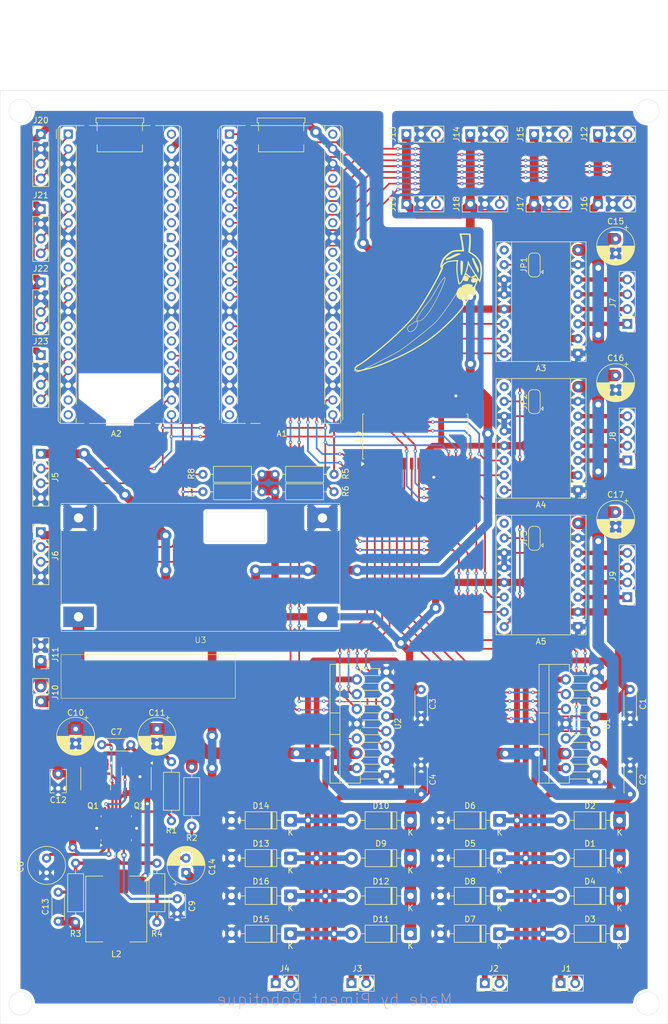
<source format=kicad_pcb>
(kicad_pcb (version 20241229) (generator "pcbnew") (generator_version "9.0")
  (layers (0 "F.Cu" signal) (2 "B.Cu" signal) (13 "F.Paste" user) (15 "B.Paste" user) (5 "F.SilkS" user "F.Silkscreen") (7 "B.SilkS" user "B.Silkscreen") (1 "F.Mask" user) (3 "B.Mask" user) (25 "Edge.Cuts" user))
  (net 0 "")
  (net 3 "I2C 0 SCL")
  (net 4 "Motor 2 Activation Pin")
  (net 5 "GNDPWR")
  (net 7 "Servo 3 PWM")
  (net 8 "Servo 8 PWM")
  (net 10 "Servo 2 PWM")
  (net 13 "+5VL")
  (net 14 "Servo 7 PWM")
  (net 16 "Servo 4 PWM")
  (net 18 "Servo 5 PWM")
  (net 20 "Motor 1 Activation Pin")
  (net 23 "Servo 1 PWM")
  (net 24 "Servo 6 PWM")
  (net 28 "Motor 3 Activation Pin")
  (net 30 "I2C 0 SDA")
  (net 33 "Motor 4 Activation Pin")
  (net 43 "I2C 1 SCL")
  (net 44 "Codeur 1 Pin 2")
  (net 48 "I2C 1 SDA")
  (net 57 "Net-(A3-MS1)")
  (net 59 "Codeur 1 Pin 1")
  (net 60 "Net-(A3-1A)")
  (net 61 "Net-(A3-1B)")
  (net 62 "Stepper 3 Sleep")
  (net 63 "Net-(A3-2A)")
  (net 64 "Steppers Dir")
  (net 65 "Stepper 3 Step")
  (net 66 "+12V")
  (net 67 "Net-(A3-2B)")
  (net 68 "Codeur 2 Pin 1")
  (net 70 "Net-(A4-1B)")
  (net 71 "Codeur 2 Pin 2")
  (net 72 "Stepper 1 Sleep")
  (net 73 "Net-(A4-2A)")
  (net 74 "Net-(A4-1A)")
  (net 75 "Codeur 3 Pin 2")
  (net 76 "Net-(A4-MS1)")
  (net 77 "Net-(A4-2B)")
  (net 78 "Stepper 1 Step")
  (net 79 "Net-(A5-MS1)")
  (net 80 "Codeur 3 Pin 1")
  (net 81 "Stepper 2 Sleep")
  (net 82 "Net-(A5-1B)")
  (net 83 "Net-(A5-1A)")
  (net 84 "Net-(A5-2A)")
  (net 85 "Stepper 2 Step")
  (net 86 "Codeur 4 Pin 1")
  (net 88 "Net-(A5-2B)")
  (net 89 "Net-(U6-SW)")
  (net 90 "Net-(U6-BST)")
  (net 91 "Net-(U6-VCC)")
  (net 92 "Net-(U6-SS)")
  (net 93 "Net-(U6-FB)")
  (net 94 "+5VP")
  (net 95 "Net-(C14-Pad2)")
  (net 96 "Net-(D1-A)")
  (net 97 "Net-(D2-A)")
  (net 98 "Net-(D3-A)")
  (net 99 "Net-(D4-A)")
  (net 100 "Net-(D13-K)")
  (net 101 "Net-(D10-A)")
  (net 102 "Net-(D11-A)")
  (net 103 "Net-(D12-A)")
  (net 104 "Net-(J10-Pin_2)")
  (net 105 "Net-(Q1-G)")
  (net 106 "Net-(Q2-G)")
  (net 107 "Net-(U6-ILIM)")
  (net 108 "Net-(U6-RON)")
  (net 109 "Motor 1 Direction Pin 2")
  (net 110 "Motor 1 Direction Pin 1")
  (net 111 "Motor 2 Direction Pin 2")
  (net 112 "Motor 2 Direction Pin 1")
  (net 113 "Motor 4 Direction Pin 2")
  (net 114 "Motor 3 Direction Pin 1")
  (net 115 "Motor 3 Direction Pin 2")
  (net 116 "Motor 4 Direction Pin 1")
  (net 123 "Codeur 4 Pin 2")
  (footprint "Connector_PinHeader_2.54mm:PinHeader_1x02_P2.54mm_Vertical" (layer "F.Cu") (at 235.5 218 90)
    (property "Reference" "J3")
    (property "Value" "Motor 2 Conn")
  )
  (footprint "Inductor_SMD:L_APV_APH1040" (layer "F.Cu") (at 195 205.25 -90)
    (property "Reference" "L2")
    (property "Value" "1.8uH")
  )
  (footprint "Connector_PinHeader_2.54mm:PinHeader_1x04_P2.54mm_Vertical" (layer "F.Cu") (at 182 97.5)
    (property "Reference" "J22")
    (property "Value" "Motor 3 Encoder")
  )
  (footprint "Connector_PinHeader_2.54mm:PinHeader_1x04_P2.54mm_Vertical" (layer "F.Cu") (at 182 110)
    (property "Reference" "J23")
    (property "Value" "Motor 4 Encoder")
  )
  (footprint "Capacitor_THT:C_Radial_D6.3mm_H5.0mm_P2.50mm" (layer "F.Cu") (at 183 196.5 -90)
    (property "Reference" "C8")
    (property "Value" "2.2uF")
  )
  (footprint "Module:Pololu_Breakout-16_15.2x20.3mm" (layer "F.Cu") (at 274.5 109.7 180)
    (property "Reference" "A3")
    (property "Value" "Pololu_Breakout_A4988")
  )
  (footprint "Package_SO:SOIC-8_3.9x4.9mm_P1.27mm" (layer "F.Cu") (at 198.45 182.8375 -90)
    (property "Reference" "Q2")
    (property "Value" "IRF8714PBF")
  )
  (footprint "Resistor_THT:R_Axial_DIN0207_L6.3mm_D2.5mm_P10.16mm_Horizontal" (layer "F.Cu") (at 208 180.84 -90)
    (property "Reference" "R2")
    (property "Value" "82.5kΩ")
  )
  (footprint "Diode_THT:D_DO-41_SOD81_P10.16mm_Horizontal" (layer "F.Cu") (at 281.66 209.5 180)
    (property "Reference" "D3")
    (property "Value" "1N4007")
  )
  (footprint "Connector_PinHeader_2.54mm:PinHeader_1x03_P2.54mm_Vertical" (layer "F.Cu") (at 277.96 72 90)
    (property "Reference" "J12")
    (property "Value" "Servo 4 Conn")
  )
  (footprint "Diode_THT:D_DO-41_SOD81_P10.16mm_Horizontal" (layer "F.Cu") (at 261 196.5 180)
    (property "Reference" "D5")
    (property "Value" "1N4007")
  )
  (footprint "Connector_PinHeader_2.54mm:PinHeader_1x04_P2.54mm_Vertical" (layer "F.Cu") (at 283 151.62 180)
    (property "Reference" "J9")
    (property "Value" "Stepper 3 Conn")
  )
  (footprint "Diode_THT:D_DO-41_SOD81_P10.16mm_Horizontal" (layer "F.Cu") (at 225 209.5 180)
    (property "Reference" "D15")
    (property "Value" "1N4007")
  )
  (footprint "Connector_PinHeader_2.54mm:PinHeader_1x04_P2.54mm_Vertical" (layer "F.Cu") (at 182 140.46)
    (property "Reference" "J6")
    (property "Value" "I2C 1 Conn")
  )
  (footprint "Module:RaspberryPi_Pico_Common_THT" (layer "F.Cu") (at 186.72 72)
    (property "Reference" "A2")
    (property "Value" "RaspberryPi_Pico_W")
  )
  (footprint "Connector_PinHeader_2.54mm:PinHeader_1x03_P2.54mm_Vertical" (layer "F.Cu") (at 244.96 72 90)
    (property "Reference" "J13")
    (property "Value" "Servo 1 Conn")
  )
  (footprint "LOGO" (layer "F.Cu") (at 247 101)
    (property "Reference" "G***")
    (property "Value" "LOGO" (hide yes))
  )
  (footprint "Capacitor_THT:C_Disc_D4.3mm_W1.9mm_P5.00mm" (layer "F.Cu") (at 185 207.3625 90)
    (property "Reference" "C13")
    (property "Value" "120pF")
  )
  (footprint "Package_SO:HTSSOP-14-1EP_4.4x5mm_P0.65mm_EP3.4x5mm_Mask3x3.1mm" (layer "F.Cu") (at 195 191.3625 90)
    (property "Reference" "U6")
    (property "Value" "LM3150MH")
  )
  (footprint "Module:Pololu_Breakout-16_15.2x20.3mm" (layer "F.Cu") (at 274.5 133.2 180)
    (property "Reference" "A4")
    (property "Value" "Pololu_Breakout_A4988")
  )
  (footprint "Connector_PinHeader_2.54mm:PinHeader_1x03_P2.54mm_Vertical" (layer "F.Cu") (at 255.96 72 90)
    (property "Reference" "J14")
    (property "Value" "Servo 2 Conn")
  )
  (footprint "Connector_PinHeader_2.54mm:PinHeader_1x02_P2.54mm_Vertical" (layer "F.Cu") (at 258.46 218 90)
    (property "Reference" "J2")
    (property "Value" "Motor 1 Conn")
  )
  (footprint "Connector_PinHeader_2.54mm:PinHeader_1x02_P2.54mm_Vertical" (layer "F.Cu") (at 271.5 218 90)
    (property "Reference" "J1")
    (property "Value" "Motor 0 Conn")
  )
  (footprint "Jumper:SolderJumper-3_P1.3mm_Open_RoundedPad1.0x1.5mm" (layer "F.Cu") (at 267 118 90)
    (property "Reference" "JP2")
    (property "Value" "SolderJumper_3_Open")
  )
  (footprint "Capacitor_THT:C_Disc_D4.3mm_W1.9mm_P5.00mm" (layer "F.Cu") (at 283.5 180.5 -90)
    (property "Reference" "C2")
    (property "Value" "100nF")
  )
  (footprint "Diode_THT:D_DO-41_SOD81_P10.16mm_Horizontal" (layer "F.Cu") (at 261 203 180)
    (property "Reference" "D8")
    (property "Value" "1N4007")
  )
  (footprint "Capacitor_THT:CP_Radial_D6.3mm_P2.50mm" (layer "F.Cu") (at 281 137 -90)
    (property "Reference" "C17")
    (property "Value" "100uF")
  )
  (footprint "Capacitor_THT:CP_Radial_D6.3mm_P2.50mm" (layer "F.Cu") (at 281 113.5 -90)
    (property "Reference" "C16")
    (property "Value" "100uF")
  )
  (footprint "Diode_THT:D_DO-41_SOD81_P10.16mm_Horizontal" (layer "F.Cu") (at 245.66 203 180)
    (property "Reference" "D12")
    (property "Value" "1N4007")
  )
  (footprint "Diode_THT:D_DO-41_SOD81_P10.16mm_Horizontal" (layer "F.Cu") (at 261 209.5 180)
    (property "Reference" "D7")
    (property "Value" "1N4007")
  )
  (footprint "LM2596S-Module:LM2596S-Module" (layer "F.Cu") (at 209.5 146.5)
    (property "Reference" "U3")
    (property "Value" "~")
    (fp_rect (start 1 -9.5) (end 11 -4.5) (stroke (width 0.05)) (fill no) (layer "Edge.Cuts"))
  )
  (footprint "Diode_THT:D_DO-41_SOD81_P10.16mm_Horizontal" (layer "F.Cu") (at 281.66 190 180)
    (property "Reference" "D2")
    (property "Value" "1N4007")
  )
  (footprint "Package_SO:SOIC-8_3.9x4.9mm_P1.27mm" (layer "F.Cu") (at 191.45 182.8375 -90)
    (property "Reference" "Q1")
    (property "Value" "IRF8714PBF")
  )
  (footprint "Capacitor_THT:CP_Radial_D6.3mm_P2.50mm" (layer "F.Cu") (at 281 90 -90)
    (property "Reference" "C15")
    (property "Value" "100uF")
  )
  (footprint "Connector_PinHeader_2.54mm:PinHeader_1x03_P2.54mm_Vertical" (layer "F.Cu") (at 255.96 84 90)
    (property "Reference" "J18")
    (property "Value" "Servo 7 Conn")
  )
  (footprint "Connector_PinHeader_2.54mm:PinHeader_1x03_P2.54mm_Vertical" (layer "F.Cu") (at 277.96 84 90)
    (property "Reference" "J16")
    (property "Value" "Servo 5 Conn")
  )
  (footprint "Capacitor_THT:CP_Radial_D6.3mm_P2.50mm" (layer "F.Cu") (at 202 174.294888 -90)
    (property "Reference" "C11")
    (property "Value" "10uF")
  )
  (footprint "Capacitor_THT:C_Disc_D4.3mm_W1.9mm_P5.00mm" (layer "F.Cu") (at 247.5 172.5 90)
    (property "Reference" "C3")
    (property "Value" "100nF")
  )
  (footprint "Module:RaspberryPi_Pico_Common_THT" (layer "F.Cu") (at 214.5 72)
    (property "Reference" "A1")
    (property "Value" "RaspberryPi_Pico")
  )
  (footprint "Diode_THT:D_DO-41_SOD81_P10.16mm_Horizontal" (layer "F.Cu") (at 245.66 190 180)
    (property "Reference" "D10")
    (property "Value" "1N4007")
  )
  (footprint "Connector_PinHeader_2.54mm:PinHeader_1x03_P2.54mm_Vertical" (layer "F.Cu") (at 266.96 72 90)
    (property "Reference" "J15")
    (property "Value" "Servo 3 Conn")
  )
  (footprint "Resistor_THT:R_Axial_DIN0207_L6.3mm_D2.5mm_P10.16mm_Horizontal" (layer "F.Cu") (at 222.34 130.5)
    (property "Reference" "R5")
    (property "Value" "4.7kΩ")
  )
  (footprint "Connector_PinHeader_2.54mm:PinHeader_1x02_P2.54mm_Vertical" (layer "F.Cu") (at 182 162.54 180)
    (property "Reference" "J11")
    (property "Value" "BAU")
  )
  (footprint "Diode_THT:D_DO-41_SOD81_P10.16mm_Horizontal" (layer "F.Cu") (at 225 203 180)
    (property "Reference" "D16")
    (property "Value" "1N4007")
  )
  (footprint "Jumper:SolderJumper-3_P1.3mm_Open_RoundedPad1.0x1.5mm" (layer "F.Cu") (at 267 94.5 90)
    (property "Reference" "JP1")
    (property "Value" "SolderJumper_3_Open")
  )
  (footprint "Capacitor_THT:C_Disc_D3.8mm_W2.6mm_P2.50mm" (layer "F.Cu") (at 185 182 -90)
    (property "Reference" "C12")
    (property "Value" "100nF")
  )
  (footprint "Capacitor_THT:C_Disc_D4.3mm_W1.9mm_P5.00mm" (layer "F.Cu") (at 283.5 167.5 -90)
    (property "Reference" "C1")
    (property "Value" "100nF")
  )
  (footprint "Package_SO:SOIC-28W_7.5x17.9mm_P1.27mm" (layer "F.Cu") (at 246.5 124 90)
    (property "Reference" "U4")
    (property "Value" "MCP23017_SO")
  )
  (footprint "Connector_PinHeader_2.54mm:PinHeader_1x04_P2.54mm_Vertical" (layer "F.Cu") (at 182 72)
    (property "Reference" "J20")
    (property "Value" "Motor 1 Encoder")
  )
  (footprint "Diode_THT:D_DO-41_SOD81_P10.16mm_Horizontal" (layer "F.Cu") (at 281.66 203 180)
    (property "Reference" "D4")
    (property "Value" "1N4007")
  )
  (footprint "Module:Pololu_Breakout-16_15.2x20.3mm" (layer "F.Cu") (at 274.5 156.7 180)
    (property "Reference" "A5")
    (property "Value" "Pololu_Breakout_A4988")
  )
  (footprint "Connector_PinHeader_2.54mm:PinHeader_1x03_P2.54mm_Vertical" (layer "F.Cu") (at 266.96 84 90)
    (property "Reference" "J17")
    (property "Value" "Servo 6 Conn")
  )
  (footprint "Capacitor_THT:C_Disc_D4.3mm_W1.9mm_P5.00mm" (layer "F.Cu") (at 192.5 177)
    (property "Reference" "C7")
    (property "Value" "470nF")
  )
  (footprint "Diode_THT:D_DO-41_SOD81_P10.16mm_Horizontal" (layer "F.Cu") (at 281.66 196.5 180)
    (property "Reference" "D1")
    (property "Value" "1N4007")
  )
  (footprint "Resistor_THT:R_Axial_DIN0207_L6.3mm_D2.5mm_P10.16mm_Horizontal" (layer "F.Cu") (at 222.34 133.5)
    (property "Reference" "R6")
    (property "Value" "4.7kΩ")
  )
  (footprint "Diode_THT:D_DO-41_SOD81_P10.16mm_Horizontal" (layer "F.Cu") (at 245.66 196.5 180)
    (property "Reference" "D9")
    (property "Value" "1N4007")
  )
  (footprint "Resistor_THT:R_Axial_DIN0207_L6.3mm_D2.5mm_P10.16mm_Horizontal" (layer "F.Cu") (at 220.08 133.5 180)
    (property "Reference" "R7")
    (property "Value" "4.7kΩ")
  )
  (footprint "Resistor_THT:R_Axial_DIN0207_L6.3mm_D2.5mm_P10.16mm_Horizontal" (layer "F.Cu") (at 202 197.3625 -90)
    (property "Reference" "R4")
    (property "Value" "10kΩ")
  )
  (footprint "Capacitor_THT:CP_Radial_D6.3mm_P2.50mm" (layer "F.Cu") (at 207 199 90)
    (property "Reference" "C14")
    (property "Value" "120uF")
  )
  (footprint "Package_TO_SOT_THT:TO-220-15_P2.54x5.08mm_StaggerOdd_Lead4.58mm_Vertical" (layer "F.Cu") (at 277.5 182.28 90)
    (property "Reference" "U1")
    (property "Value" "L298HN")
  )
  (footprint "Capacitor_THT:C_Disc_D4.3mm_W1.9mm_P5.00mm" (layer "F.Cu") (at 247.5 185.5 90)
    (property "Reference" "C4")
    (property "Value" "100nF")
  )
  (footprint "Resistor_THT:R_Axial_DIN0207_L6.3mm_D2.5mm_P10.16mm_Horizontal" (layer "F.Cu") (at 188 197.3625 -90)
    (property "Reference" "R3")
    (property "Value" "73.2kΩ")
  )
  (footprint "Capacitor_THT:C_Disc_D3.8mm_W2.6mm_P2.50mm" (layer "F.Cu") (at 205.5 203.5 -90)
    (property "Reference" "C9")
    (property "Value" "15nF")
  )
  (footprint "Connector_PinHeader_2.54mm:PinHeader_1x04_P2.54mm_Vertical" (layer "F.Cu") (at 182 126.96)
    (property "Reference" "J5")
    (property "Value" "I2C 0 Conn")
  )
  (footprint "Diode_THT:D_DO-41_SOD81_P10.16mm_Horizontal" (layer "F.Cu") (at 245.66 209.5 180)
    (property "Reference" "D11")
    (property "Value" "1N4007")
  )
  (footprint "Resistor_THT:R_Axial_DIN0207_L6.3mm_D2.5mm_P10.16mm_Horizontal" (layer "F.Cu") (at 220.08 130.5 180)
    (property "Reference" "R8")
    (property "Value" "4.7kΩ")
  )
  (footprint "Connector_PinHeader_2.54mm:PinHeader_1x04_P2.54mm_Vertical" (layer "F.Cu") (at 182 84.88)
    (property "Reference" "J21")
    (property "Value" "Motor 2 Encoder")
  )
  (footprint "Connector_PinHeader_2.54mm:PinHeader_1x03_P2.54mm_Vertical" (layer "F.Cu") (at 244.96 84 90)
    (property "Reference" "J19")
    (property "Value" "Servo 8 Conn")
  )
  (footprint "Package_TO_SOT_THT:TO-220-15_P2.54x5.08mm_StaggerOdd_Lead4.58mm_Vertical" (layer "F.Cu") (at 241.5 182.28 90)
    (property "Reference" "U2")
    (property "Value" "L298HN")
  )
  (footprint "Jumper:SolderJumper-3_P1.3mm_Open_RoundedPad1.0x1.5mm" (layer "F.Cu") (at 267 141.5 90)
    (property "Reference" "JP3")
    (property "Value" "SolderJumper_3_Open")
  )
  (footprint "Diode_THT:D_DO-41_SOD81_P10.16mm_Horizontal" (layer "F.Cu") (at 261 190 180)
    (property "Reference" "D6")
    (property "Value" "1N4007")
  )
  (footprint "Connector_PinHeader_2.54mm:PinHeader_1x04_P2.54mm_Vertical" (layer "F.Cu") (at 283 128.12 180)
    (property "Reference" "J8")
    (property "Value" "Stepper 2 Conn")
  )
  (footprint "Diode_THT:D_DO-41_SOD81_P10.16mm_Horizontal" (layer "F.Cu") (at 225 190 180)
    (property "Reference" "D14")
    (property "Value" "1N4007")
  )
  (footprint "Connector_PinHeader_2.54mm:PinHeader_1x02_P2.54mm_Vertical" (layer "F.Cu") (at 222.46 218 90)
    (property "Reference" "J4")
    (property "Value" "Motor 3 Conn")
  )
  (footprint "Connector_PinHeader_2.54mm:PinHeader_1x04_P2.54mm_Vertical" (layer "F.Cu") (at 283 104.62 180)
    (property "Reference" "J7")
    (property "Value" "Stepper 1 Conn")
  )
  (footprint "Capacitor_THT:CP_Radial_D6.3mm_P2.50mm" (layer "F.Cu") (at 188 174.294888 -90)
    (property "Reference" "C10")
    (property "Value" "10uF")
  )
  (footprint "Diode_THT:D_DO-41_SOD81_P10.16mm_Horizontal" (layer "F.Cu") (at 225 196.5 180)
    (property "Reference" "D13")
    (property "Value" "1N4007")
  )
  (footprint "Resistor_THT:R_Axial_DIN0207_L6.3mm_D2.5mm_P10.16mm_Horizontal" (layer "F.Cu") (at 204.5 190.08 90)
    (property "Reference" "R1")
    (property "Value" "665Ω")
  )
  (footprint "Connector_PinHeader_2.54mm:PinHeader_1x02_P2.54mm_Vertical" (layer "F.Cu") (at 182 169.54 180)
    (property "Reference" "J10")
    (property "Value" "12V Battery")
  )
  (gr_arc (start 259 86.25) (mid 259.707107 86.542893) (end 260 87.25) (stroke (width 0.5)) (layer "B.Cu") (net 5))
  (gr_arc (start 260 161.75) (mid 259.707107 162.457107) (end 259 162.75) (stroke (width 0.5)) (layer "B.Cu") (net 5))
  (gr_arc (start 189.75 162.75) (mid 188.75 161.75) (end 189.75 160.75) (stroke (width 0.5)) (layer "B.Cu") (net 5))
  (gr_arc (start 241.75 88.25) (mid 241.042893 87.957107) (end 240.75 87.25) (stroke (width 0.5)) (layer "B.Cu") (net 5))
  (gr_line (start 215.5 169) (end 185.5 169) (stroke (width 0.08382)) (layer "F.SilkS"))
  (gr_line (start 215.5 161.5) (end 215.5 169) (stroke (width 0.08382)) (layer "F.SilkS"))
  (gr_line (start 185.5 161.5) (end 215.5 161.5) (stroke (width 0.08382)) (layer "F.SilkS"))
  (gr_line (start 185.5 161.5) (end 185.5 169) (stroke (width 0.08382)) (layer "F.SilkS"))
  (gr_circle (center 178.5 221.5) (end 180.5 221.5) (stroke (width 0.05)) (fill no) (layer "Edge.Cuts"))
  (gr_circle (center 178.5 68) (end 180.5 68) (stroke (width 0.05)) (fill no) (layer "Edge.Cuts"))
  (gr_circle (center 286.5 68) (end 288.5 68) (stroke (width 0.05)) (fill no) (layer "Edge.Cuts"))
  (gr_rect (start 175 64.5) (end 290 225) (stroke (width 0.05)) (fill no) (layer "Edge.Cuts"))
  (gr_circle (center 286.5 221.5) (end 288.5 221.5) (stroke (width 0.05)) (fill no) (layer "Edge.Cuts"))
  (gr_text "Made by Piment Robotique" (at 253 222 0) (layer "B.SilkS") (effects (font (size 2 2) (thickness 0.1)) (justify left bottom mirror)))
  (segment (start 203 131) (end 201.96 132.04) (width 0.3) (layer "F.Cu") (net 3))
  (segment (start 252.215 128.65) (end 252.215 126.58) (width 0.3) (layer "F.Cu") (net 3))
  (segment (start 231 132) (end 232.5 133.5) (width 0.3) (layer "F.Cu") (net 3))
  (segment (start 231 122.5) (end 231 118) (width 0.3) (layer "F.Cu") (net 3))
  (segment (start 203.78 117.72) (end 204.5 117.72) (width 0.3) (layer "F.Cu") (net 3))
  (segment (start 231.28 117.72) (end 232.28 117.72) (width 0.3) (layer "F.Cu") (net 3))
  (segment (start 231 125) (end 231 132) (width 0.3) (layer "F.Cu") (net 3))
  (segment (start 203 118.5) (end 203.78 117.72) (width 0.3) (layer "F.Cu") (net 3))
  (segment (start 231 118) (end 231.28 117.72) (width 0.3) (layer "F.Cu") (net 3))
  (segment (start 203 122.5) (end 203 131) (width 0.3) (layer "F.Cu") (net 3))
  (segment (start 201.96 132.04) (end 182 132.04) (width 0.3) (layer "F.Cu") (net 3))
  (segment (start 203 122.5) (end 203 118.5) (width 0.3) (layer "F.Cu") (net 3))
  (segment (start 209.5 122.5) (end 231 122.5) (width 0.3) (layer "F.Cu") (net 3))
  (via (at 209.5 122.5) (size 0.6) (drill 0.3) (layers "F.Cu" "B.Cu") (net 3))
  (via (at 203 122.5) (size 0.6) (drill 0.3) (layers "F.Cu" "B.Cu") (net 3))
  (via (at 231 122.5) (size 0.6) (drill 0.3) (layers "F.Cu" "B.Cu") (net 3))
  (via (at 252.215 126.58) (size 0.6) (drill 0.3) (layers "F.Cu" "B.Cu") (net 3))
  (via (at 231 125) (size 0.6) (drill 0.3) (layers "F.Cu" "B.Cu") (net 3))
  (segment (start 203 122.5) (end 209.5 122.5) (width 0.3) (layer "B.Cu") (net 3))
  (segment (start 231.5 125.5) (end 231 125) (width 0.3) (layer "B.Cu") (net 3))
  (segment (start 252.215 126.58) (end 251.135 125.5) (width 0.3) (layer "B.Cu") (net 3))
  (segment (start 251.135 125.5) (end 231.5 125.5) (width 0.3) (layer "B.Cu") (net 3))
  (segment (start 231 125) (end 231 122.5) (width 0.3) (layer "B.Cu") (net 3))
  (segment (start 229.5 99.5) (end 227.4 97.4) (width 0.3) (layer "F.Cu") (net 4))
  (segment (start 236 129) (end 234 127) (width 0.3) (layer "F.Cu") (net 4))
  (segment (start 255.5 147.5) (end 255.5 144) (width 0.3) (layer "F.Cu") (net 4))
  (segment (start 229.5 121.5) (end 229.5 99.5) (width 0.3) (layer "F.Cu") (net 4))
  (segment (start 275.75 161.25) (end 275.75 160.75) (width 0.3) (layer "F.Cu") (net 4))
  (segment (start 255.5 144) (end 253.5 142) (width 0.3) (layer "F.Cu") (net 4))
  (segment (start 255.5 158) (end 255.5 150.5) (width 0.3) (layer "F.Cu") (net 4))
  (segment (start 275.75 160.75) (end 274 159) (width 0.3) (layer "F.Cu") (net 4))
  (segment (start 236 141) (end 236 129) (width 0.3) (layer "F.Cu") (net 4))
  (segment (start 237 142) (end 236 141) (width 0.3) (layer "F.Cu") (net 4))
  (segment (start 274 159) (end 256.5 159) (width 0.3) (layer "F.Cu") (net 4))
  (segment (start 253.5 142) (end 248 142) (width 0.3) (layer "F.Cu") (net 4))
  (segment (start 256.5 159) (end 255.5 158) (width 0.3) (layer "F.Cu") (net 4))
  (segment (start 275.75 163.75) (end 275.75 167.86) (width 0.3) (layer "F.Cu") (net 4))
  (segment (start 275.75 167.86) (end 277.5 169.61) (width 0.3) (layer "F.Cu") (net 4))
  (segment (start 227.4 97.4) (end 214.5 97.4) (width 0.3) (layer "F.Cu") (net 4))
  (segment (start 234 127) (end 233.5 127) (width 0.3) (layer "F.Cu") (net 4))
  (via (at 233.5 127) (size 0.6) (drill 0.3) (layers "F.Cu" "B.Cu") (net 4))
  (via (at 229.5 121.5) (size 0.6) (drill 0.3) (layers "F.Cu" "B.Cu") (net 4))
  (via (at 255.5 147.5) (size 0.6) (drill 0.3) (layers "F.Cu" "B.Cu") (net 4))
  (via (at 275.75 161.25) (size 0.6) (drill 0.3) (layers "F.Cu" "B.Cu") (net 4))
  (via (at 275.75 163.75) (size 0.6) (drill 0.3) (layers "F.Cu" "B.Cu") (net 4))
  (via (at 237 142) (size 0.6) (drill 0.3) (layers "F.Cu" "B.Cu") (net 4))
  (via (at 248 142) (size 0.6) (drill 0.3) (layers "F.Cu" "B.Cu") (net 4))
  (via (at 255.5 150.5) (size 0.6) (drill 0.3) (layers "F.Cu" "B.Cu") (net 4))
  (segment (start 230.5 127) (end 233.5 127) (width 0.3) (layer "B.Cu") (net 4))
  (segment (start 255.5 150.5) (end 255.5 147.5) (width 0.3) (layer "B.Cu") (net 4))
  (segment (start 229.5 126) (end 230.5 127) (width 0.3) (layer "B.Cu") (net 4))
  (segment (start 275.75 161.25) (end 275.75 163.75) (width 0.3) (layer "B.Cu") (net 4))
  (segment (start 229.5 121.5) (end 229.5 126) (width 0.3) (layer "B.Cu") (net 4))
  (segment (start 237 142) (end 248 142) (width 0.3) (layer "B.Cu") (net 4))
  (segment (start 195.65 192.0125) (end 195 191.3625) (width 0.5) (layer "F.Cu") (net 5))
  (segment (start 199.085 180.3625) (end 197.815 180.3625) (width 1) (layer "F.Cu") (net 5))
  (segment (start 196.3 190.0625) (end 195 191.3625) (width 0.5) (layer "F.Cu") (net 5))
  (segment (start 261.8 97) (end 265.8 97) (width 0.3) (layer "F.Cu") (net 5))
  (segment (start 261.8 120.5) (end 265.8 120.5) (width 0.3) (layer "F.Cu") (net 5))
  (segment (start 265.8 120.5) (end 267 119.3) (width 0.3) (layer "F.Cu") (net 5))
  (segment (start 261.8 144) (end 265.8 144) (width 0.3) (layer "F.Cu") (net 5))
  (segment (start 195 191.3625) (end 194.3625 191.3625) (width 0.5) (layer "F.Cu") (net 5))
  (segment (start 193.05 190.05) (end 193.05 188.5) (width 0.5) (layer "F.Cu") (net 5))
  (segment (start 265.8 97) (end 267 95.8) (width 0.3) (layer "F.Cu") (net 5))
  (segment (start 195 191.3625) (end 191.6375 191.3625) (width 1) (layer "F.Cu") (net 5))
  (segment (start 196.3 188.5) (end 196.3 190.0625) (width 0.5) (layer "F.Cu") (net 5))
  (segment (start 200.355 180.3625) (end 199.085 180.3625) (width 1) (layer "F.Cu") (net 5))
  (segment (start 249.675 128.65) (end 249.675 131) (width 1) (layer "F.Cu") (net 5))
  (segment (start 195.65 194.225) (end 195.65 192.0125) (width 0.5) (layer "F.Cu") (net 5))
  (segment (start 253.485 119.35) (end 252.215 119.35) (width 0.6) (layer "F.Cu") (net 5))
  (segment (start 254.755 119.35) (end 253.485 119.35) (width 0.6) (layer "F.Cu") (net 5))
  (segment (start 265.8 144) (end 267 142.8) (width 0.3) (layer "F.Cu") (net 5))
  (segment (start 195 191.3625) (end 198.5 191.3625) (width 1) (layer "F.Cu") (net 5))
  (segment (start 194.3625 191.3625) (end 193.05 190.05) (width 0.5) (layer "F.Cu") (net 5))
  (segment (start 253.485 119.35) (end 253.485 117.015) (width 0.6) (layer "F.Cu") (net 5))
  (segment (start 199.085 182.5) (end 199.085 180.3625) (width 1) (layer "F.Cu") (net 5))
  (via (at 198.5 191.3625) (size 1) (drill 0.5) (layers "F.Cu" "B.Cu") (net 5))
  (via (at 191.6375 191.3625) (size 1) (drill 0.5) (layers "F.Cu" "B.Cu") (net 5))
  (via (at 199.085 182.5) (size 1) (drill 0.5) (layers "F.Cu" "B.Cu") (net 5))
  (via (at 253.485 117.015) (size 1) (drill 0.5) (layers "F.Cu" "B.Cu") (net 5))
  (via (at 249.675 131) (size 1) (drill 0.5) (layers "F.Cu" "B.Cu") (net 5))
  (segment (start 222.616 79.62) (end 214.5 79.62) (width 0.3) (layer "F.Cu") (net 7))
  (segment (start 243.5 76.5) (end 236 76.5) (width 0.3) (layer "F.Cu") (net 7))
  (segment (start 265.5 76.5) (end 257.5 76.5) (width 0.3) (layer "F.Cu") (net 7))
  (segment (start 224 78.236) (end 222.616 79.62) (width 0.3) (layer "F.Cu") (net 7))
  (segment (start 272.04 75.46) (end 271 76.5) (width 0.3) (layer "F.Cu") (net 7))
  (segment (start 234.264 78.236) (end 224 78.236) (width 0.3) (layer "F.Cu") (net 7))
  (segment (start 254.5 76.5) (end 246.5 76.5) (width 0.3) (layer "F.Cu") (net 7))
  (segment (start 271 76.5) (end 268.5 76.5) (width 0.3) (layer "F.Cu") (net 7))
  (segment (start 272.04 72) (end 272.04 75.46) (width 0.3) (layer "F.Cu") (net 7))
  (segment (start 236 76.5) (end 234.264 78.236) (width 0.3) (layer "F.Cu") (net 7))
  (via (at 254.5 76.5) (size 0.6) (drill 0.3) (layers "F.Cu" "B.Cu") (net 7))
  (via (at 268.5 76.5) (size 0.6) (drill 0.3) (layers "F.Cu" "B.Cu") (net 7))
  (via (at 257.5 76.5) (size 0.6) (drill 0.3) (layers "F.Cu" "B.Cu") (net 7))
  (via (at 243.5 76.5) (size 0.6) (drill 0.3) (layers "F.Cu" "B.Cu") (net 7))
  (via (at 265.5 76.5) (size 0.6) (drill 0.3) (layers "F.Cu" "B.Cu") (net 7))
  (via (at 246.5 76.5) (size 0.6) (drill 0.3) (layers "F.Cu" "B.Cu") (net 7))
  (segment (start 246.5 76.5) (end 243.5 76.5) (width 0.3) (layer "B.Cu") (net 7))
  (segment (start 268.5 76.5) (end 265.5 76.5) (width 0.3) (layer "B.Cu") (net 7))
  (segment (start 257.5 76.5) (end 254.5 76.5) (width 0.3) (layer "B.Cu") (net 7))
  (segment (start 250.04 82.54) (end 250.04 84) (width 0.3) (layer "F.Cu") (net 8))
  (segment (start 233.831 91.169) (end 224 91.169) (width 0.3) (layer "F.Cu") (net 8))
  (segment (start 246.5 81.5) (end 249 81.5) (width 0.3) (layer "F.Cu") (net 8))
  (segment (start 220.309 94.86) (end 214.5 94.86) (width 0.3) (layer "F.Cu") (net 8))
  (segment (start 224 91.169) (end 220.309 94.86) (width 0.3) (layer "F.Cu") (net 8))
  (segment (start 249 81.5) (end 250.04 82.54) (width 0.3) (layer "F.Cu") (net 8))
  (segment (start 243.5 81.5) (end 233.831 91.169) (width 0.3) (layer "F.Cu") (net 8))
  (via (at 246.5 81.5) (size 0.6) (drill 0.3) (layers "F.Cu" "B.Cu") (net 8))
  (via (at 243.5 81.5) (size 0.6) (drill 0.3) (layers "F.Cu" "B.Cu") (net 8))
  (segment (start 246.5 81.5) (end 243.5 81.5) (width 0.3) (layer "B.Cu") (net 8))
  (segment (start 234.5 75.5) (end 234.076 75.924) (width 0.3) (layer "F.Cu") (net 10))
  (segment (start 243.5 75.5) (end 234.5 75.5) (width 0.3) (layer "F.Cu") (net 10))
  (segment (start 222.54 74.54) (end 214.5 74.54) (width 0.3) (layer "F.Cu") (net 10))
  (segment (start 254.5 75.5) (end 246.5 75.5) (width 0.3) (layer "F.Cu") (net 10))
  (segment (start 260 75.5) (end 261.04 74.46) (width 0.3) (layer "F.Cu") (net 10))
  (segment (start 223.924 75.924) (end 222.54 74.54) (width 0.3) (layer "F.Cu") (net 10))
  (segment (start 261.04 74.46) (end 261.04 72) (width 0.3) (layer "F.Cu") (net 10))
  (segment (start 257.5 75.5) (end 260 75.5) (width 0.3) (layer "F.Cu") (net 10))
  (segment (start 234.076 75.924) (end 223.924 75.924) (width 0.3) (layer "F.Cu") (net 10))
  (via (at 254.5 75.5) (size 0.6) (drill 0.3) (layers "F.Cu" "B.Cu") (net 10))
  (via (at 243.5 75.5) (size 0.6) (drill 0.3) (layers "F.Cu" "B.Cu") (net 10))
  (via (at 257.5 75.5) (size 0.6) (drill 0.3) (layers "F.Cu" "B.Cu") (net 10))
  (via (at 246.5 75.5) (size 0.6) (drill 0.3) (layers "F.Cu" "B.Cu") (net 10))
  (segment (start 246.5 75.5) (end 243.5 75.5) (width 0.3) (layer "B.Cu") (net 10))
  (segment (start 257.5 75.5) (end 254.5 75.5) (width 0.3) (layer "B.Cu") (net 10))
  (segment (start 270.16 130.66) (end 270.16 141.5) (width 1.25) (layer "F.Cu") (net 13))
  (segment (start 267 93.2) (end 269.2 93.2) (width 0.3) (layer "F.Cu") (net 13))
  (segment (start 180.324 73.676) (end 180.324 83.204) (width 1.25) (layer "F.Cu") (net 13))
  (segment (start 180.324 86.556) (end 180.324 95.824) (width 1.25) (layer "F.Cu") (net 13))
  (segment (start 250 152) (end 252.92 149.08) (width 1.25) (layer "F.Cu") (net 13))
  (segment (start 245.5 166.28) (end 246.72 167.5) (width 1.25) (layer "F.Cu") (net 13))
  (segment (start 265.08 149.08) (end 270.16 144) (width 1.25) (layer "F.Cu") (net 13))
  (segment (start 274.5 130.66) (end 270.16 130.66) (width 1.25) (layer "F.Cu") (net 13))
  (segment (start 222.34 130.5) (end 222.34 131.24) (width 1.25) (layer "F.Cu") (net 13))
  (segment (start 267 116.7) (end 270.16 116.7) (width 0.3) (layer "F.Cu") (net 13))
  (segment (start 245.5 171) (end 244.38 172.12) (width 1.25) (layer "F.Cu") (net 13))
  (segment (start 270.16 154.16) (end 265.08 149.08) (width 1.25) (layer "F.Cu") (net 13))
  (segment (start 268.92 102.08) (end 265.08 102.08) (width 0.3) (layer "F.Cu") (net 13))
  (segment (start 244.38 172.12) (end 241.5 172.12) (width 1.25) (layer "F.Cu") (net 13))
  (segment (start 280.2 172.15) (end 281.5 170.85) (width 1.25) (layer "F.Cu") (net 13))
  (segment (start 270 101) (end 268.92 102.08) (width 0.3) (layer "F.Cu") (net 13))
  (segment (start 250.945 119.35) (end 250.945 125.58) (width 1) (layer "F.Cu") (net 13))
  (segment (start 261.8 102.08) (end 265.08 102.08) (width 1.25) (layer "F.Cu") (net 13))
  (segment (start 283 167.5) (end 283.5 167.5) (width 1.25) (layer "F.Cu") (net 13))
  (segment (start 182 84.88) (end 180.324 86.556) (width 1.25) (layer "F.Cu") (net 13))
  (segment (start 270.16 120.5) (end 265.08 125.58) (width 1.25) (layer "F.Cu") (net 13))
  (segment (start 230.5 155) (end 223 155) (width 1.25) (layer "F.Cu") (net 13))
  (segment (start 227.74 70) (end 209.04 70) (width 1.25) (layer "F.Cu") (net 13))
  (segment (start 270.16 130.66) (end 265.08 125.58) (width 1.25) (layer "F.Cu") (net 13))
  (segment (start 265.08 149.08) (end 261.8 149.08) (width 1.25) (layer "F.Cu") (net 13))
  (segment (start 274.5 154.16) (end 280.16 154.16) (width 1.25) (layer "F.Cu") (net 13))
  (segment (start 245.5 168.72) (end 245.5 171) (width 1.25) (layer "F.Cu") (net 13))
  (segment (start 180.324 83.204) (end 182 84.88) (width 1.25) (layer "F.Cu") (net 13))
  (segment (start 222.34 133.5) (end 222.34 132.76) (width 1.25) (layer "F.Cu") (net 13))
  (segment (start 252.92 149.08) (end 261.8 149.08) (width 1.25) (layer "F.Cu") (net 13))
  (segment (start 222.34 133.5) (end 222.34 130.5) (width 1.25) (layer "F.Cu") (net 13))
  (segment (start 245.5 161) (end 245.5 166.28) (width 1.25) (layer "F.Cu") (net 13))
  (segment (start 229.37 71.63) (end 227.74 70) (width 1.25) (layer "F.Cu") (net 13))
  (segment (start 248.83 102.08) (end 261.8 102.08) (width 1.25) (layer "F.Cu") (net 13))
  (segment (start 277.34 172.15) (end 280.2 172.15) (width 1.25) (layer "F.Cu") (net 13))
  (segment (start 222.34 131.24) (end 220.08 133.5) (width 1.25) (layer "F.Cu") (net 13))
  (segment (start 269.2 93.2) (end 270 94) (width 0.3) (layer "F.Cu") (net 13))
  (segment (start 220.08 133.5) (end 220.08 130.5) (width 1.25) (layer "F.Cu") (net 13))
  (segment (start 270.16 141.5) (end 270.16 144) (width 1.25) (layer "F.Cu") (net 13))
  (segment (start 222.34 133.5) (end 220.08 133.5) (width 1.25) (layer "F.Cu") (net 13))
  (segment (start 249.515 125.58) (end 248.405 126.69) (width 1) (layer "F.Cu") (net 13))
  (segment (start 180.324 95.824) (end 182 97.5) (width 1.25) (layer "F.Cu") (net 13))
  (segment (start 248.405 126.69) (end 248.405 128.65) (width 1) (layer "F.Cu") (net 13))
  (segment (start 209.04 70) (end 184 70) (width 1.25) (layer "F.Cu") (net 13))
  (segment (start 281.5 166) (end 283 167.5) (width 1.25) (layer "F.Cu") (net 13))
  (segment (start 265.08 125.58) (end 261.8 125.58) (width 1.25) (layer "F.Cu") (net 13))
  (segment (start 184 70) (end 182 72) (width 1.25) (layer "F.Cu") (net 13))
  (segment (start 250 153.5) (end 250 152) (width 1.25) (layer "F.Cu") (net 13))
  (segment (start 280.16 154.16) (end 281.5 155.5) (width 1.25) (layer "F.Cu") (net 13))
  (segment (start 246.72 167.5) (end 245.5 168.72) (width 1.25) (layer "F.Cu") (net 13))
  (segment (start 270.16 118) (end 270.16 120.5) (width 1.25) (layer "F.Cu") (net 13))
  (segment (start 270.16 107.16) (end 274.5 107.16) (width 1.25) (layer "F.Cu") (net 13))
  (segment (start 223 155) (end 222.34 154.34) (width 1.25) (layer "F.Cu") (net 13))
  (segment (start 182 72) (end 180.324 73.676) (width 1.25) (layer "F.Cu") (net 13))
  (segment (start 220.08 130.5) (end 222.34 130.5) (width 1.25) (layer "F.Cu") (net 13))
  (segment (start 261.8 125.58) (end 249.515 125.58) (width 1) (layer "F.Cu") (net 13))
  (segment (start 267 140.2) (end 270.16 140.2) (width 0.3) (layer "F.Cu") (net 13))
  (segment (start 237.5 90.75) (end 248.83 102.08) (width 1.25) (layer "F.Cu") (net 13))
  (segment (start 274.5 154.16) (end 270.16 154.16) (width 1.25) (layer "F.Cu") (net 13))
  (segment (start 281.5 170.85) (end 281.5 169) (width 1.25) (layer "F.Cu") (net 13))
  (segment (start 281.5 155.5) (end 281.5 166) (width 1.25) (layer "F.Cu") (net 13))
  (segment (start 209.04 70) (end 204.5 74.54) (width 1.25) (layer "F.Cu") (net 13))
  (segment (start 270.16 107.16) (end 270.16 118) (width 1.25) (layer "F.Cu") (net 13))
  (segment (start 246.72 167.5) (end 247.5 167.5) (width 1.25) (layer "F.Cu") (net 13))
  (segment (start 270 94) (end 270 101) (width 0.3) (layer "F.Cu") (net 13))
  (segment (start 244 159.5) (end 245.5 161) (width 1.25) (layer "F.Cu") (net 13))
  (segment (start 180.324 108.324) (end 182 110) (width 1.25) (layer "F.Cu") (net 13))
  (segment (start 182 97.5) (end 180.324 99.176) (width 1.25) (layer "F.Cu") (net 13))
  (segment (start 222.34 132.76) (end 220.08 130.5) (width 1.25) (layer "F.Cu") (net 13))
  (segment (start 265.08 102.08) (end 270.16 107.16) (width 1.25) (layer "F.Cu") (net 13))
  (segment (start 222.34 154.34) (end 222.34 133.5) (width 1.25) (layer "F.Cu") (net 13))
  (segment (start 180.324 99.176) (end 180.324 108.324) (width 1.25) (layer "F.Cu") (net 13))
  (segment (start 281.5 169) (end 283 167.5) (width 1.25) (layer "F.Cu") (net 13))
  (via (at 229.37 71.63) (size 2) (drill 1) (layers "F.Cu" "B.Cu") (net 13))
  (via (at 237.5 90.75) (size 2) (drill 1) (layers "F.Cu" "B.Cu") (net 13))
  (via (at 244 159.5) (size 2) (drill 1) (layers "F.Cu" "B.Cu") (net 13))
  (via (at 250 153.5) (size 2) (drill 1) (layers "F.Cu" "B.Cu") (net 13))
  (segment (start 237.5 79.76) (end 232.28 74.54) (width 1.25) (layer "B.Cu") (net 13))
  (segment (start 237.5 90.75) (end 237.5 79.76) (width 1.25) (layer "B.Cu") (net 13))
  (segment (start 244 159.5) (end 239.5 155) (width 1.25) (layer "B.Cu") (net 13))
  (segment (start 229.37 71.63) (end 232.28 74.54) (width 1.25) (layer "B.Cu") (net 13))
  (segment (start 250 153.5) (end 244 159.5) (width 1.25) (layer "B.Cu") (net 13))
  (segment (start 239.5 155) (end 230.5 155) (width 1.25) (layer "B.Cu") (net 13))
  (segment (start 220.18 92.32) (end 214.5 92.32) (width 0.3) (layer "F.Cu") (net 14))
  (segment (start 234 88.5) (end 224 88.5) (width 0.3) (layer "F.Cu") (net 14))
  (segment (start 261.04 81.54) (end 261.04 84) (width 0.3) (layer "F.Cu") (net 14))
  (segment (start 260 80.5) (end 261.04 81.54) (width 0.3) (layer "F.Cu") (net 14))
  (segment (start 242 80.5) (end 234 88.5) (width 0.3) (layer "F.Cu") (net 14))
  (segment (start 254.5 80.5) (end 246.5 80.5) (width 0.3) (layer "F.Cu") (net 14))
  (segment (start 243.5 80.5) (end 242 80.5) (width 0.3) (layer "F.Cu") (net 14))
  (segment (start 257.5 80.5) (end 260 80.5) (width 0.3) (layer "F.Cu") (net 14))
  (segment (start 224 88.5) (end 220.18 92.32) (width 0.3) (layer "F.Cu") (net 14))
  (via (at 246.5 80.5) (size 0.6) (drill 0.3) (layers "F.Cu" "B.Cu") (net 14))
  (via (at 257.5 80.5) (size 0.6) (drill 0.3) (layers "F.Cu" "B.Cu") (net 14))
  (via (at 243.5 80.5) (size 0.6) (drill 0.3) (layers "F.Cu" "B.Cu") (net 14))
  (via (at 254.5 80.5) (size 0.6) (drill 0.3) (layers "F.Cu" "B.Cu") (net 14))
  (segment (start 257.5 80.5) (end 254.5 80.5) (width 0.3) (layer "B.Cu") (net 14))
  (segment (start 246.5 80.5) (end 243.5 80.5) (width 0.3) (layer "B.Cu") (net 14))
  (segment (start 222.84 82.16) (end 214.5 82.16) (width 0.3) (layer "F.Cu") (net 16))
  (segment (start 243.5 77.5) (end 237.5 77.5) (width 0.3) (layer "F.Cu") (net 16))
  (segment (start 279.5 77.5) (end 282 77.5) (width 0.3) (layer "F.Cu") (net 16))
  (segment (start 224 81) (end 222.84 82.16) (width 0.3) (layer "F.Cu") (net 16))
  (segment (start 237.5 77.5) (end 234 81) (width 0.3) (layer "F.Cu") (net 16))
  (segment (start 283.04 76.46) (end 283.04 72) (width 0.3) (layer "F.Cu") (net 16))
  (segment (start 276.5 77.5) (end 268.5 77.5) (width 0.3) (layer "F.Cu") (net 16))
  (segment (start 265.5 77.5) (end 257.5 77.5) (width 0.3) (layer "F.Cu") (net 16))
  (segment (start 254.5 77.5) (end 246.5 77.5) (width 0.3) (layer "F.Cu") (net 16))
  (segment (start 234 81) (end 224 81) (width 0.3) (layer "F.Cu") (net 16))
  (segment (start 282 77.5) (end 283.04 76.46) (width 0.3) (layer "F.Cu") (net 16))
  (via (at 268.5 77.5) (size 0.6) (drill 0.3) (layers "F.Cu" "B.Cu") (net 16))
  (via (at 276.5 77.5) (size 0.6) (drill 0.3) (layers "F.Cu" "B.Cu") (net 16))
  (via (at 279.5 77.5) (size 0.6) (drill 0.3) (layers "F.Cu" "B.Cu") (net 16))
  (via (at 243.5 77.5) (size 0.6) (drill 0.3) (layers "F.Cu" "B.Cu") (net 16))
  (via (at 257.5 77.5) (size 0.6) (drill 0.3) (layers "F.Cu" "B.Cu") (net 16))
  (via (at 254.5 77.5) (size 0.6) (drill 0.3) (layers "F.Cu" "B.Cu") (net 16))
  (via (at 265.5 77.5) (size 0.6) (drill 0.3) (layers "F.Cu" "B.Cu") (net 16))
  (via (at 246.5 77.5) (size 0.6) (drill 0.3) (layers "F.Cu" "B.Cu") (net 16))
  (segment (start 246.5 77.5) (end 243.5 77.5) (width 0.3) (layer "B.Cu") (net 16))
  (segment (start 257.5 77.5) (end 254.5 77.5) (width 0.3) (layer "B.Cu") (net 16))
  (segment (start 279.5 77.5) (end 276.5 77.5) (width 0.3) (layer "B.Cu") (net 16))
  (segment (start 268.5 77.5) (end 265.5 77.5) (width 0.3) (layer "B.Cu") (net 16))
  (segment (start 276.5 78.5) (end 268.5 78.5) (width 0.3) (layer "F.Cu") (net 18))
  (segment (start 224 83.5) (end 222.8 84.7) (width 0.3) (layer "F.Cu") (net 18))
  (segment (start 265.5 78.5) (end 257.5 78.5) (width 0.3) (layer "F.Cu") (net 18))
  (segment (start 254.5 78.5) (end 246.5 78.5) (width 0.3) (layer "F.Cu") (net 18))
  (segment (start 243.5 78.5) (end 239 78.5) (width 0.3) (layer "F.Cu") (net 18))
  (segment (start 282 78.5) (end 283.04 79.54) (width 0.3) (layer "F.Cu") (net 18))
  (segment (start 239 78.5) (end 234 83.5) (width 0.3) (layer "F.Cu") (net 18))
  (segment (start 283.04 79.54) (end 283.04 84) (width 0.3) (layer "F.Cu") (net 18))
  (segment (start 234 83.5) (end 224 83.5) (width 0.3) (layer "F.Cu") (net 18))
  (segment (start 222.8 84.7) (end 214.5 84.7) (width 0.3) (layer "F.Cu") (net 18))
  (segment (start 279.5 78.5) (end 282 78.5) (width 0.3) (layer "F.Cu") (net 18))
  (via (at 257.5 78.5) (size 0.6) (drill 0.3) (layers "F.Cu" "B.Cu") (net 18))
  (via (at 254.5 78.5) (size 0.6) (drill 0.3) (layers "F.Cu" "B.Cu") (net 18))
  (via (at 265.5 78.5) (size 0.6) (drill 0.3) (layers "F.Cu" "B.Cu") (net 18))
  (via (at 279.5 78.5) (size 0.6) (drill 0.3) (layers "F.Cu" "B.Cu") (net 18))
  (via (at 276.5 78.5) (size 0.6) (drill 0.3) (layers "F.Cu" "B.Cu") (net 18))
  (via (at 268.5 78.5) (size 0.6) (drill 0.3) (layers "F.Cu" "B.Cu") (net 18))
  (via (at 243.5 78.5) (size 0.6) (drill 0.3) (layers "F.Cu" "B.Cu") (net 18))
  (via (at 246.5 78.5) (size 0.6) (drill 0.3) (layers "F.Cu" "B.Cu") (net 18))
  (segment (start 268.5 78.5) (end 265.5 78.5) (width 0.3) (layer "B.Cu") (net 18))
  (segment (start 246.5 78.5) (end 243.5 78.5) (width 0.3) (layer "B.Cu") (net 18))
  (segment (start 279.5 78.5) (end 276.5 78.5) (width 0.3) (layer "B.Cu") (net 18))
  (segment (start 257.5 78.5) (end 254.5 78.5) (width 0.3) (layer "B.Cu") (net 18))
  (segment (start 274.25 161) (end 273.75 160.5) (width 0.3) (layer "F.Cu") (net 20))
  (segment (start 236.5 143.5) (end 234.5 141.5) (width 0.3) (layer "F.Cu") (net 20))
  (segment (start 254 144.5) (end 253 143.5) (width 0.3) (layer "F.Cu") (net 20))
  (segment (start 228 101) (end 226.94 99.94) (width 0.3) (layer "F.Cu") (net 20))
  (segment (start 226.94 99.94) (end 214.5 99.94) (width 0.3) (layer "F.Cu") (net 20))
  (segment (start 273.75 160.5) (end 256 160.5) (width 0.3) (layer "F.Cu") (net 20))
  (segment (start 233.5 128.520237) (end 233.5 128.5) (width 0.2) (layer "F.Cu") (net 20))
  (segment (start 254 158.5) (end 254 150.545622) (width 0.3) (layer "F.Cu") (net 20))
  (segment (start 274.25 163.75) (end 274.25 170.5) (width 0.3) (layer "F.Cu") (net 20))
  (segment (start 234.5 129.520237) (end 233.5 128.520237) (width 0.3) (layer "F.Cu") (net 20))
  (segment (start 256 160.5) (end 254 158.5) (width 0.3) (layer "F.Cu") (net 20))
  (segment (start 274.25 161.25) (end 274.25 161) (width 0.3) (layer "F.Cu") (net 20))
  (segment (start 253 143.5) (end 248 143.5) (width 0.3) (layer "F.Cu") (net 20))
  (segment (start 254 147.5) (end 254 144.5) (width 0.3) (layer "F.Cu") (net 20))
  (segment (start 228 121.5) (end 228 101) (width 0.3) (layer "F.Cu") (net 20))
  (segment (start 237 143.5) (end 236.5 143.5) (width 0.3) (layer "F.Cu") (net 20))
  (segment (start 234.5 141.5) (end 234.5 129.520237) (width 0.3) (layer "F.Cu") (net 20))
  (via (at 254 150.545622) (size 0.6) (drill 0.3) (layers "F.Cu" "B.Cu") (net 20))
  (via (at 228 121.5) (size 0.6) (drill 0.3) (layers "F.Cu" "B.Cu") (net 20))
  (via (at 254 147.5) (size 0.6) (drill 0.3) (layers "F.Cu" "B.Cu") (net 20))
  (via (at 274.25 161.25) (size 0.6) (drill 0.3) (layers "F.Cu" "B.Cu") (net 20))
  (via (at 248 143.5) (size 0.6) (drill 0.3) (layers "F.Cu" "B.Cu") (net 20))
  (via (at 274.25 170.5) (size 0.6) (drill 0.3) (layers "F.Cu" "B.Cu") (net 20))
  (via (at 233.5 128.5) (size 0.6) (drill 0.3) (layers "F.Cu" "B.Cu") (net 20))
  (via (at 274.25 163.75) (size 0.6) (drill 0.3) (layers "F.Cu" "B.Cu") (net 20))
  (via (at 237 143.5) (size 0.6) (drill 0.3) (layers "F.Cu" "B.Cu") (net 20))
  (segment (start 274.25 170.5) (end 274.25 175) (width 0.3) (layer "B.Cu") (net 20))
  (segment (start 254 150.545622) (end 254 147.5) (width 0.3) (layer "B.Cu") (net 20))
  (segment (start 237 143.5) (end 248 143.5) (width 0.3) (layer "B.Cu") (net 20))
  (segment (start 274.25 161.25) (end 274.25 163.75) (width 0.3) (layer "B.Cu") (net 20))
  (segment (start 273.29 175.96) (end 272.42 175.96) (width 0.3) (layer "B.Cu") (net 20))
  (segment (start 228 126.5) (end 230 128.5) (width 0.3) (layer "B.Cu") (net 20))
  (segment (start 274.25 175) (end 273.29 175.96) (width 0.3) (layer "B.Cu") (net 20))
  (segment (start 230 128.5) (end 233.5 128.5) (width 0.3) (layer "B.Cu") (net 20))
  (segment (start 228 121.5) (end 228 126.5) (width 0.3) (layer "B.Cu") (net 20))
  (segment (start 232.889 73.389) (end 223.889 73.389) (width 0.3) (layer "F.Cu") (net 23))
  (segment (start 250.04 73.46) (end 250.04 72) (width 0.3) (layer "F.Cu") (net 23))
  (segment (start 249 74.5) (end 250.04 73.46) (width 0.3) (layer "F.Cu") (net 23))
  (segment (start 223.889 73.389) (end 222.5 72) (width 0.3) (layer "F.Cu") (net 23))
  (segment (start 234 74.5) (end 232.889 73.389) (width 0.3) (layer "F.Cu") (net 23))
  (segment (start 243.5 74.5) (end 234 74.5) (width 0.3) (layer "F.Cu") (net 23))
  (segment (start 246.5 74.5) (end 249 74.5) (width 0.3) (layer "F.Cu") (net 23))
  (segment (start 222.5 72) (end 214.5 72) (width 0.3) (layer "F.Cu") (net 23))
  (via (at 243.5 74.5) (size 0.6) (drill 0.3) (layers "F.Cu" "B.Cu") (net 23))
  (via (at 246.5 74.5) (size 0.6) (drill 0.3) (layers "F.Cu" "B.Cu") (net 23))
  (segment (start 246.5 74.5) (end 243.5 74.5) (width 0.3) (layer "B.Cu") (net 23))
  (segment (start 243.5 79.5) (end 240.5 79.5) (width 0.3) (layer "F.Cu") (net 24))
  (segment (start 222.611 87.24) (end 214.5 87.24) (width 0.3) (layer "F.Cu") (net 24))
  (segment (start 268.5 79.5) (end 271 79.5) (width 0.3) (layer "F.Cu") (net 24))
  (segment (start 240.5 79.5) (end 234.149 85.851) (width 0.3) (layer "F.Cu") (net 24))
  (segment (start 224 85.851) (end 222.611 87.24) (width 0.3) (layer "F.Cu") (net 24))
  (segment (start 234.149 85.851) (end 224 85.851) (width 0.3) (layer "F.Cu") (net 24))
  (segment (start 265.5 79.5) (end 257.5 79.5) (width 0.3) (layer "F.Cu") (net 24))
  (segment (start 272.04 80.54) (end 272.04 84) (width 0.3) (layer "F.Cu") (net 24))
  (segment (start 254.5 79.5) (end 246.5 79.5) (width 0.3) (layer "F.Cu") (net 24))
  (segment (start 271 79.5) (end 272.04 80.54) (width 0.3) (layer "F.Cu") (net 24))
  (via (at 246.5 79.5) (size 0.6) (drill 0.3) (layers "F.Cu" "B.Cu") (net 24))
  (via (at 257.5 79.5) (size 0.6) (drill 0.3) (layers "F.Cu" "B.Cu") (net 24))
  (via (at 254.5 79.5) (size 0.6) (drill 0.3) (layers "F.Cu" "B.Cu") (net 24))
  (via (at 243.5 79.5) (size 0.6) (drill 0.3) (layers "F.Cu" "B.Cu") (net 24))
  (via (at 265.5 79.5) (size 0.6) (drill 0.3) (layers "F.Cu" "B.Cu") (net 24))
  (via (at 268.5 79.5) (size 0.6) (drill 0.3) (layers "F.Cu" "B.Cu") (net 24))
  (segment (start 246.5 79.5) (end 243.5 79.5) (width 0.3) (layer "B.Cu") (net 24))
  (segment (start 268.5 79.5) (end 265.5 79.5) (width 0.3) (layer "B.Cu") (net 24))
  (segment (start 257.5 79.5) (end 254.5 79.5) (width 0.3) (layer "B.Cu") (net 24))
  (segment (start 232.560713 171) (end 233.5 171.939287) (width 0.2) (layer "F.Cu") (net 28))
  (segment (start 226.5 171) (end 226 171) (width 0.3) (layer "F.Cu") (net 28))
  (segment (start 224.06 107.56) (end 214.5 107.56) (width 0.3) (layer "F.Cu") (net 28))
  (segment (start 226 171) (end 225 170) (width 0.3) (layer "F.Cu") (net 28))
  (segment (start 225 108.5) (end 224.06 107.56) (width 0.3) (layer "F.Cu") (net 28))
  (segment (start 225 121.5) (end 225 108.5) (width 0.3) (layer "F.Cu") (net 28))
  (segment (start 230.75 171) (end 232.560713 171) (width 0.2) (layer "F.Cu") (net 28))
  (segment (start 233.5 171.939287) (end 233.5 175) (width 0.2) (layer "F.Cu") (net 28))
  (segment (start 233.5 175) (end 234.43 175.93) (width 0.2) (layer "F.Cu") (net 28))
  (segment (start 234.43 175.93) (end 236.42 175.93) (width 0.2) (layer "F.Cu") (net 28))
  (segment (start 225 125) (end 225 153.5) (width 0.3) (layer "F.Cu") (net 28))
  (segment (start 225 170) (end 225 156.5) (width 0.3) (layer "F.Cu") (net 28))
  (via (at 226.5 171) (size 0.6) (drill 0.3) (layers "F.Cu" "B.Cu") (net 28))
  (via (at 230.75 171) (size 0.6) (drill 0.3) (layers "F.Cu" "B.Cu") (net 28))
  (via (at 225 156.5) (size 0.6) (drill 0.3) (layers "F.Cu" "B.Cu") (net 28))
  (via (at 225 121.5) (size 0.6) (drill 0.3) (layers "F.Cu" "B.Cu") (net 28))
  (via (at 225 125) (size 0.6) (drill 0.3) (layers "F.Cu" "B.Cu") (net 28))
  (via (at 225 153.5) (size 0.6) (drill 0.3) (layers "F.Cu" "B.Cu") (net 28))
  (segment (start 225 121.5) (end 225 125) (width 0.3) (layer "B.Cu") (net 28))
  (segment (start 225 153.5) (end 225 156.5) (width 0.3) (layer "B.Cu") (net 28))
  (segment (start 230.75 171) (end 226.5 171) (width 0.2) (layer "B.Cu") (net 28))
  (segment (start 204.5 124) (end 204.5 120.26) (width 0.3) (layer "F.Cu") (net 30))
  (segment (start 253.485 128.65) (end 253.485 126.58) (width 0.3) (layer "F.Cu") (net 30))
  (segment (start 232.5 124) (end 232.5 120.48) (width 0.3) (layer "F.Cu") (net 30))
  (segment (start 232.5 120.48) (end 232.28 120.26) (width 0.3) (layer "F.Cu") (net 30))
  (segment (start 201.5 129.5) (end 182 129.5) (width 0.3) (layer "F.Cu") (net 30))
  (segment (start 209.5 124) (end 232.5 124) (width 0.3) (layer "F.Cu") (net 30))
  (segment (start 232.5 124) (end 232.5 130.5) (width 0.3) (layer "F.Cu") (net 30))
  (via (at 204.5 124) (size 0.6) (drill 0.3) (layers "F.Cu" "B.Cu") (net 30))
  (via (at 209.5 124) (size 0.6) (drill 0.3) (layers "F.Cu" "B.Cu") (net 30))
  (via (at 201.5 129.5) (size 0.6) (drill 0.3) (layers "F.Cu" "B.Cu") (net 30))
  (via (at 253.485 126.58) (size 0.6) (drill 0.3) (layers "F.Cu" "B.Cu") (net 30))
  (via (at 232.5 124) (size 0.6) (drill 0.3) (layers "F.Cu" "B.Cu") (net 30))
  (segment (start 204.5 124) (end 204.5 126.5) (width 0.3) (layer "B.Cu") (net 30))
  (segment (start 251.5 124) (end 253.485 125.985) (width 0.3) (layer "B.Cu") (net 30))
  (segment (start 253.485 125.985) (end 253.485 126.58) (width 0.3) (layer "B.Cu") (net 30))
  (segment (start 204.5 126.5) (end 201.5 129.5) (width 0.3) (layer "B.Cu") (net 30))
  (segment (start 232.5 124) (end 251.5 124) (width 0.3) (layer "B.Cu") (net 30))
  (segment (start 204.5 124) (end 209.5 124) (width 0.3) (layer "B.Cu") (net 30))
  (segment (start 226.5 121.5) (end 226.5 107.236912) (width 0.3) (layer "F.Cu") (net 33))
  (segment (start 226.5 107.236912) (end 224.283088 105.02) (width 0.3) (layer "F.Cu") (net 33))
  (segment (start 233.5 169.5) (end 230.75 169.5) (width 0.2) (layer "F.Cu") (net 33))
  (segment (start 224.283088 105.02) (end 214.5 105.02) (width 0.3) (layer "F.Cu") (net 33))
  (segment (start 226.5 169.5) (end 226.5 156.5) (width 0.3) (layer "F.Cu") (net 33))
  (segment (start 226.5 125) (end 226.5 153.5) (width 0.3) (layer "F.Cu") (net 33))
  (via (at 233.5 169.5) (size 0.6) (drill 0.3) (layers "F.Cu" "B.Cu") (net 33))
  (via (at 226.5 156.5) (size 0.6) (drill 0.3) (layers "F.Cu" "B.Cu") (net 33))
  (via (at 226.5 125) (size 0.6) (drill 0.3) (layers "F.Cu" "B.Cu") (net 33))
  (via (at 226.5 153.5) (size 0.6) (drill 0.3) (layers "F.Cu" "B.Cu") (net 33))
  (via (at 226.5 169.5) (size 0.6) (drill 0.3) (layers "F.Cu" "B.Cu") (net 33))
  (via (at 230.75 169.5) (size 0.6) (drill 0.3) (layers "F.Cu" "B.Cu") (net 33))
  (via (at 226.5 121.5) (size 0.6) (drill 0.3) (layers "F.Cu" "B.Cu") (net 33))
  (segment (start 226.5 153.5) (end 226.5 156.5) (width 0.3) (layer "B.Cu") (net 33))
  (segment (start 226.5 121.5) (end 226.5 125) (width 0.3) (layer "B.Cu") (net 33))
  (segment (start 233.5 169.5) (end 233.58 169.58) (width 0.2) (layer "B.Cu") (net 33))
  (segment (start 233.58 169.58) (end 241.5 169.58) (width 0.2) (layer "B.Cu") (net 33))
  (segment (start 230.75 169.5) (end 226.5 169.5) (width 0.2) (layer "B.Cu") (net 33))
  (segment (start 208 130.5) (end 209.92 130.5) (width 0.3) (layer "F.Cu") (net 43))
  (segment (start 207.1 110.1) (end 204.5 110.1) (width 0.3) (layer "F.Cu") (net 43))
  (segment (start 182 145.54) (end 205.96 145.54) (width 0.3) (layer "F.Cu") (net 43))
  (segment (start 208 111) (end 207.1 110.1) (width 0.3) (layer "F.Cu") (net 43))
  (segment (start 205.96 145.54) (end 208 143.5) (width 0.3) (layer "F.Cu") (net 43))
  (segment (start 208 143.5) (end 208 130.5) (width 0.3) (layer "F.Cu") (net 43))
  (segment (start 208 130.5) (end 208 111) (width 0.3) (layer "F.Cu") (net 43))
  (segment (start 186.72 74.9) (end 186.72 74.54) (width 0.3) (layer "F.Cu") (net 44))
  (segment (start 182 79.62) (end 186.72 74.9) (width 0.3) (layer "F.Cu") (net 44))
  (segment (start 206.5 113.5) (end 205.64 112.64) (width 0.3) (layer "F.Cu") (net 48))
  (segment (start 204.5 143) (end 206.5 141) (width 0.3) (layer "F.Cu") (net 48))
  (segment (start 205.64 112.64) (end 204.5 112.64) (width 0.3) (layer "F.Cu") (net 48))
  (segment (start 182 143) (end 204.5 143) (width 0.3) (layer "F.Cu") (net 48))
  (segment (start 206.5 141) (end 206.5 113.5) (width 0.3) (layer "F.Cu") (net 48))
  (via (at 206.5 133.5) (size 0.6) (drill 0.3) (layers "F.Cu" "B.Cu") (net 48))
  (segment (start 206.5 133.5) (end 209.92 133.5) (width 0.3) (layer "B.Cu") (net 48))
  (segment (start 261.8 94.46) (end 266.96 94.46) (width 0.3) (layer "F.Cu") (net 57))
  (segment (start 186.72 72.36) (end 186.72 72) (width 0.3) (layer "F.Cu") (net 59))
  (segment (start 182 77.08) (end 186.72 72.36) (width 0.3) (layer "F.Cu") (net 59))
  (segment (start 274.34 102.08) (end 283 102.08) (width 0.75) (layer "F.Cu") (net 60))
  (segment (start 283 104.62) (end 274.34 104.62) (width 0.75) (layer "F.Cu") (net 61))
  (segment (start 258.5 135) (end 258.5 147.5) (width 0.3) (layer "F.Cu") (net 62))
  (segment (start 243.325 119.35) (end 243.325 122.325) (width 0.3) (layer "F.Cu") (net 62))
  (segment (start 248 133) (end 256.5 133) (width 0.3) (layer "F.Cu") (net 62))
  (segment (start 243.325 122.325) (end 246.5 125.5) (width 0.3) (layer "F.Cu") (net 62))
  (segment (start 246.5 125.5) (end 246.5 126.5) (width 0.3) (layer "F.Cu") (net 62))
  (segment (start 259.62 151.62) (end 258.5 150.5) (width 0.3) (layer "F.Cu") (net 62))
  (segment (start 261.8 151.62) (end 259.62 151.62) (width 0.3) (layer "F.Cu") (net 62))
  (segment (start 256.5 133) (end 258.5 135) (width 0.3) (layer "F.Cu") (net 62))
  (via (at 248 133) (size 0.6) (drill 0.3) (layers "F.Cu" "B.Cu") (net 62))
  (via (at 258.5 150.5) (size 0.6) (drill 0.3) (layers "F.Cu" "B.Cu") (net 62))
  (via (at 246.5 126.5) (size 0.6) (drill 0.3) (layers "F.Cu" "B.Cu") (net 62))
  (via (at 258.5 147.5) (size 0.6) (drill 0.3) (layers "F.Cu" "B.Cu") (net 62))
  (segment (start 248 133) (end 247.5 133) (width 0.3) (layer "B.Cu") (net 62))
  (segment (start 258.5 150.5) (end 258.5 147.5) (width 0.3) (layer "B.Cu") (net 62))
  (segment (start 247.5 133) (end 246.5 132) (width 0.3) (layer "B.Cu") (net 62))
  (segment (start 246.5 132) (end 246.5 126.5) (width 0.3) (layer "B.Cu") (net 62))
  (segment (start 283 99.54) (end 274.34 99.54) (width 0.75) (layer "F.Cu") (net 63))
  (segment (start 264.5 111) (end 263.2 109.7) (width 0.3) (layer "F.Cu") (net 64))
  (segment (start 247.135 119.35) (end 247.135 110.865) (width 0.3) (layer "F.Cu") (net 64))
  (segment (start 248.3 109.7) (end 261.8 109.7) (width 0.3) (layer "F.Cu") (net 64))
  (segment (start 264.5 134.4) (end 263.3 133.2) (width 0.3) (layer "F.Cu") (net 64))
  (segment (start 264.5 132) (end 264.5 127.5) (width 0.3) (layer "F.Cu") (net 64))
  (segment (start 263.2 109.7) (end 261.8 109.7) (width 0.3) (layer "F.Cu") (net 64))
  (segment (start 264.5 116.5) (end 264.5 111) (width 0.3) (layer "F.Cu") (net 64))
  (segment (start 264.5 140) (end 264.5 134.4) (width 0.3) (layer "F.Cu") (net 64))
  (segment (start 261.8 156.7) (end 264.5 154) (width 0.3) (layer "F.Cu") (net 64))
  (segment (start 264.5 154) (end 264.5 151) (width 0.3) (layer "F.Cu") (net 64))
  (segment (start 261.8 133.2) (end 263.3 133.2) (width 0.3) (layer "F.Cu") (net 64))
  (segment (start 247.135 110.865) (end 248.3 109.7) (width 0.3) (layer "F.Cu") (net 64))
  (segment (start 263.3 133.2) (end 264.5 132) (width 0.3) (layer "F.Cu") (net 64))
  (via (at 264.5 140) (size 0.6) (drill 0.3) (layers "F.Cu" "B.Cu") (net 64))
  (via (at 264.5 116.5) (size 0.6) (drill 0.3) (layers "F.Cu" "B.Cu") (net 64))
  (via (at 264.5 127.5) (size 0.6) (drill 0.3) (layers "F.Cu" "B.Cu") (net 64))
  (via (at 264.5 151) (size 0.6) (drill 0.3) (layers "F.Cu" "B.Cu") (net 64))
  (segment (start 264.5 127.5) (end 264.5 116.5) (width 0.3) (layer "B.Cu") (net 64))
  (segment (start 264.5 151) (end 264.5 140) (width 0.3) (layer "B.Cu") (net 64))
  (segment (start 257 135.5) (end 256 134.5) (width 0.3) (layer "F.Cu") (net 65))
  (segment (start 242.055 123) (end 245 125.945) (width 0.3) (layer "F.Cu") (net 65))
  (segment (start 257 153) (end 258.16 154.16) (width 0.3) (layer "F.Cu") (net 65))
  (segment (start 257 147.5) (end 257 135.5) (width 0.3) (layer "F.Cu") (net 65))
  (segment (start 245 125.945) (end 245 126.5) (width 0.3) (layer "F.Cu") (net 65))
  (segment (start 258.16 154.16) (end 261.8 154.16) (width 0.3) (layer "F.Cu") (net 65))
  (segment (start 242.055 119.35) (end 242.055 123) (width 0.3) (layer "F.Cu") (net 65))
  (segment (start 256 134.5) (end 248 134.5) (width 0.3) (layer "F.Cu") (net 65))
  (segment (start 257 150.5) (end 257 153) (width 0.3) (layer "F.Cu") (net 65))
  (via (at 248 134.5) (size 0.6) (drill 0.3) (layers "F.Cu" "B.Cu") (net 65))
  (via (at 245 126.5) (size 0.6) (drill 0.3) (layers "F.Cu" "B.Cu") (net 65))
  (via (at 257 150.5) (size 0.6) (drill 0.3) (layers "F.Cu" "B.Cu") (net 65))
  (via (at 257 147.5) (size 0.6) (drill 0.3) (layers "F.Cu" "B.Cu") (net 65))
  (segment (start 248 134.5) (end 247 134.5) (width 0.3) (layer "B.Cu") (net 65))
  (segment (start 257 150.5) (end 257 147.5) (width 0.3) (layer "B.Cu") (net 65))
  (segment (start 247 134.5) (end 245 132.5) (width 0.3) (layer "B.Cu") (net 65))
  (segment (start 245 132.5) (end 245 126.5) (width 0.3) (layer "B.Cu") (net 65))
  (segment (start 281.66 187.34) (end 283.5 185.5) (width 2) (layer "F.Cu") (net 66))
  (segment (start 208 175.705112) (end 208 180.84) (width 2) (layer "F.Cu") (net 66))
  (segment (start 186.205112 174.294888) (end 185 175.5) (width 2) (layer "F.Cu") (net 66))
  (segment (start 276.08 115.42) (end 278 117.34) (width 2) (layer "F.Cu") (net 66))
  (segment (start 281 90) (end 278 90) (width 2) (layer "F.Cu") (net 66))
  (segment (start 247.5 185.5) (end 254.469 178.531) (width 2) (layer "F.Cu") (net 66))
  (segment (start 278 140.84) (end 276.08 138.92) (width 2) (layer "F.Cu") (net 66))
  (segment (start 276.08 91.92) (end 278 93.84) (width 2) (layer "F.Cu") (net 66))
  (segment (start 189.545 185.3125) (end 188.3125 185.3125) (width 1.25) (layer "F.Cu") (net 66))
  (segment (start 278 142) (end 278 140.84) (width 2) (layer "F.Cu") (net 66))
  (segment (start 278 113.5) (end 276.08 115.42) (width 2) (layer "F.Cu") (net 66))
  (segment (start 281.66 203) (end 281.66 196.5) (width 2) (layer "F.Cu") (net 66))
  (segment (start 245.66 190) (end 245.66 187.34) (width 2) (layer "F.Cu") (net 66))
  (segment (start 278 137) (end 278 130) (width 2) (layer "F.Cu") (net 66))
  (segment (start 188.5 174.294888) (end 186.205112 174.294888) (width 2) (layer "F.Cu") (net 66))
  (segment (start 245.66 203) (end 245.66 196.5) (width 2) (layer "F.Cu") (net 66))
  (segment (start 185 175.5) (end 185 182) (width 2) (layer "F.Cu") (net 66))
  (segment (start 193.7 194.225) (end 193.7 195.8) (width 0.4) (layer "F.Cu") (net 66))
  (segment (start 267.5 178.531) (end 272.42 178.531) (width 2) (layer "F.Cu") (net 66))
  (segment (start 281.66 190) (end 281.66 187.34) (width 2) (layer "F.Cu") (net 66))
  (segment (start 281.66 196.5) (end 281.66 190) (width 2) (layer "F.Cu") (net 66))
  (segment (start 278 93.84) (end 278 95) (width 2) (layer "F.Cu") (net 66))
  (segment (start 187.5 183) (end 186.5 182) (width 1.25) (layer "F.Cu") (net 66))
  (segment (start 201.5 174.294888) (end 206.589776 174.294888) (width 2) (layer "F.Cu") (net 66))
  (segment (start 187.54 169.54) (end 188.5 168.58) (width 2) (layer "F.Cu") (net 66))
  (segment (start 278 117.34) (end 278 118.5) (width 2) (layer "F.Cu") (net 66))
  (segment (start 210.764888 178.47) (end 226.03 178.47) (width 2) (layer "F.Cu") (net 66))
  (segment (start 188.5 168.58) (end 188.5 155) (width 2) (layer "F.Cu") (net 66))
  (segment (start 245.66 187.34) (end 247.5 185.5) (width 2) (layer "F.Cu") (net 66))
  (segment (start 182 169.54) (end 187.54 169.54) (width 2) (layer "F.Cu") (net 66))
  (segment (start 192.085 185.3125) (end 190.815 185.3125) (width 1.25) (layer "F.Cu") (net 66))
  (segment (start 281 113.5) (end 278 113.5) (width 2) (layer "F.Cu") (net 66))
  (segment (start 193.355 185.3125) (end 192.085 185.3125) (width 1) (layer "F.Cu") (net 66))
  (segment (start 276.08 91.92) (end 274.5 91.92) (width 2) (layer "F.Cu") (net 66))
  (segment (start 186.5 182) (end 185 182) (width 1.25) (layer "F.Cu") (net 66))
  (segment (start 254.469 178.531) (end 262 178.531) (width 2) (layer "F.Cu") (net 66))
  (segment (start 188.5 174.294888) (end 201.5 174.294888) (width 2) (layer "F.Cu") (net 66))
  (segment (start 206.589776 174.294888) (end 208 175.705112) (width 2) (layer "F.Cu") (net 66))
  (segment (start 187.54 169.54) (end 188 170) (width 2) (layer "F.Cu") (net 66))
  (segment (start 278 137) (end 276.08 138.92) (width 2) (layer "F.Cu") (net 66))
  (segment (start 188.3125 185.3125) (end 187.5 184.5) (width 1.25) (layer "F.Cu") (net 66))
  (segment (start 278 90) (end 276.08 91.92) (width 2) (layer "F.Cu") (net 66))
  (segment (start 187.5 194.6625) (end 187.5 184.5) (width 1.25) (layer "F.Cu") (net 66))
  (segment (start 276.08 138.92) (end 274.5 138.92) (width 2) (layer "F.Cu") (net 66))
  (segment (start 188 170) (end 188 174.294888) (width 2) (layer "F.Cu") (net 66))
  (segment (start 281 137) (end 278 137) (width 2) (layer "F.Cu") (net 66))
  (segment (start 245.66 209.5) (end 245.66 203) (width 2) (layer "F.Cu") (net 66))
  (segment (start 190.815 185.3125) (end 189.545 185.3125) (width 1.25) (layer "F.Cu") (net 66))
  (segment (start 231.5 178.47) (end 236.42 178.47) (width 2) (layer "F.Cu") (net 66))
  (segment (start 187.5 184.5) (end 187.5 183) (width 1.25) (layer "F.Cu") (net 66))
  (segment (start 276.08 115.42) (end 274.5 115.42) (width 2) (layer "F.Cu") (net 66))
  (segment (start 278 113.5) (end 278 106.5) (width 2) (layer "F.Cu") (net 66))
  (segment (start 245.66 196.5) (end 245.66 190) (width 2) (layer "F.Cu") (net 66))
  (segment (start 208 175.705112) (end 210.764888 178.47) (width 2) (layer "F.Cu") (net 66))
  (segment (start 281.66 209.5) (end 281.66 203) (width 2) (layer "F.Cu") (net 66))
  (via (at 226.03 178.47) (size 2) (drill 1) (layers "F.Cu" "B.Cu") (net 66))
  (via (at 193.7 195.8) (size 1) (drill 0.5) (layers "F.Cu" "B.Cu") (net 66))
  (via (at 278 130) (size 2) (drill 1) (layers "F.Cu" "B.Cu") (net 66))
  (via (at 278 118.5) (size 2) (drill 1) (layers "F.Cu" "B.Cu") (net 66))
  (via (at 262 178.531) (size 2) (drill 1) (layers "F.Cu" "B.Cu") (net 66))
  (via (at 231.5 178.47) (size 2) (drill 1) (layers "F.Cu" "B.Cu") (net 66))
  (via (at 278 142) (size 2) (drill 1) (layers "F.Cu" "B.Cu") (net 66))
  (via (at 187.5 194.6625) (size 1.5) (drill 0.75) (layers "F.Cu" "B.Cu") (net 66))
  (via (at 267.5 178.531) (size 2) (drill 1) (layers "F.Cu" "B.Cu") (net 66))
  (via (at 278 106.5) (size 2) (drill 1) (layers "F.Cu" "B.Cu") (net 66))
  (via (at 278 95) (size 2) (drill 1) (layers "F.Cu" "B.Cu") (net 66))
  (segment (start 188.6375 195.8) (end 193.7 195.8) (width 0.6) (layer "B.Cu") (net 66))
  (segment (start 283.5 185.5) (end 280.5 182.5) (width 2) (layer "B.Cu") (net 66))
  (segment (start 278 95) (end 278 106.5) (width 2) (layer "B.Cu") (net 66))
  (segment (start 267.5 178.531) (end 262 178.531) (width 2) (layer "B.Cu") (net 66))
  (segment (start 231.5 182.5) (end 234.5 185.5) (width 2) (layer "B.Cu") (net 66))
  (segment (start 234.5 185.5) (end 247.5 185.5) (width 2) (layer "B.Cu") (net 66))
  (segment (start 278 142) (end 278 159.899) (width 2) (layer "B.Cu") (net 66))
  (segment (start 278 159.899) (end 280.5 162.399) (width 2) (layer "B.Cu") (net 66))
  (segment (start 271 185.5) (end 267.5 182) (width 2) (layer "B.Cu") (net 66))
  (segment (start 280.5 162.399) (end 280.5 182.5) (width 2) (layer "B.Cu") (net 66))
  (segment (start 283.5 185.5) (end 271 185.5) (width 2) (layer "B.Cu") (net 66))
  (segment (start 267.5 182) (end 267.5 178.531) (width 2) (layer "B.Cu") (net 66))
  (segment (start 278 130) (end 278 118.5) (width 2) (layer "B.Cu") (net 66))
  (segment (start 187.5 194.6625) (end 188.6375 195.8) (width 0.6) (layer "B.Cu") (net 66))
  (segment (start 231.5 178.47) (end 226.03 178.47) (width 2) (layer "B.Cu") (net 66))
  (segment (start 231.5 182.5) (end 231.5 178.47) (width 2) (layer "B.Cu") (net 66))
  (segment (start 283 97) (end 274.34 97) (width 0.75) (layer "F.Cu") (net 67))
  (segment (start 186.72 85.24) (end 186.72 84.7) (width 0.3) (layer "F.Cu") (net 68))
  (segment (start 182 89.96) (end 186.72 85.24) (width 0.3) (layer "F.Cu") (net 68))
  (segment (start 274.5 128.12) (end 283 128.12) (width 0.75) (layer "F.Cu") (net 70))
  (segment (start 182 92.5) (end 186.72 87.78) (width 0.3) (layer "F.Cu") (net 71))
  (segment (start 186.72 87.78) (end 186.72 87.24) (width 0.3) (layer "F.Cu") (net 71))
  (segment (start 239.515 105.985) (end 240.88 104.62) (width 0.3) (layer "F.Cu") (net 72))
  (segment (start 239.515 119.35) (end 239.515 105.985) (width 0.3) (layer "F.Cu") (net 72))
  (segment (start 240.88 104.62) (end 261.8 104.62) (width 0.3) (layer "F.Cu") (net 72))
  (segment (start 274.5 123.04) (end 283 123.04) (width 0.75) (layer "F.Cu") (net 73))
  (segment (start 274.5 125.58) (end 283 125.58) (width 0.75) (layer "F.Cu") (net 74))
  (segment (start 182 105.12) (end 186.72 100.4) (width 0.3) (layer "F.Cu") (net 75))
  (segment (start 186.72 100.4) (end 186.72 99.94) (width 0.3) (layer "F.Cu") (net 75))
  (segment (start 261.8 117.96) (end 266.96 117.96) (width 0.3) (layer "F.Cu") (net 76))
  (segment (start 274.5 120.5) (end 283 120.5) (width 0.75) (layer "F.Cu") (net 77))
  (segment (start 240.785 108.375) (end 242 107.16) (width 0.3) (layer "F.Cu") (net 78))
  (segment (start 240.785 119.35) (end 240.785 108.375) (width 0.3) (layer "F.Cu") (net 78))
  (segment (start 242 107.16) (end 261.8 107.16) (width 0.3) (layer "F.Cu") (net 78))
  (segment (start 261.8 141.46) (end 266.96 141.46) (width 0.3) (layer "F.Cu") (net 79))
  (segment (start 182 102.58) (end 186.72 97.86) (width 0.3) (layer "F.Cu") (net 80))
  (segment (start 186.72 97.86) (end 186.72 97.4) (width 0.3) (layer "F.Cu") (net 80))
  (segment (start 245.865 119.35) (end 245.865 120.865) (width 0.3) (layer "F.Cu") (net 81))
  (segment (start 246.5 121.5) (end 249.5 121.5) (width 0.3) (layer "F.Cu") (net 81))
  (segment (start 257.5 127) (end 258.62 128.12) (width 0.3) (layer "F.Cu") (net 81))
  (segment (start 258.62 128.12) (end 261.8 128.12) (width 0.3) (layer "F.Cu") (net 81))
  (segment (start 245.865 120.865) (end 246.5 121.5) (width 0.3) (layer "F.Cu") (net 81))
  (via (at 249.5 121.5) (size 0.6) (drill 0.3) (layers "F.Cu" "B.Cu") (net 81))
  (via (at 257.5 127) (size 0.6) (drill 0.3) (layers "F.Cu" "B.Cu") (net 81))
  (segment (start 257.5 123.5) (end 257.5 127) (width 0.3) (layer "B.Cu") (net 81))
  (segment (start 255.5 121.5) (end 257.5 123.5) (width 0.3) (layer "B.Cu") (net 81))
  (segment (start 249.5 121.5) (end 255.5 121.5) (width 0.3) (layer "B.Cu") (net 81))
  (segment (start 274.5 151.62) (end 283 151.62) (width 0.75) (layer "F.Cu") (net 82))
  (segment (start 283 149.08) (end 274.5 149.08) (width 0.75) (layer "F.Cu") (net 83))
  (segment (start 274.5 146.54) (end 283 146.54) (width 0.75) (layer "F.Cu") (net 84))
  (segment (start 244.595 119.35) (end 244.595 121.595) (width 0.3) (layer "F.Cu") (net 85))
  (segment (start 257.66 130.66) (end 261.8 130.66) (width 0.3) (layer "F.Cu") (net 85))
  (segment (start 246 123) (end 249.5 123) (width 0.3) (layer "F.Cu") (net 85))
  (segment (start 256 129) (end 257.66 130.66) (width 0.3) (layer "F.Cu") (net 85))
  (segment (start 256 127) (end 256 129) (width 0.3) (layer "F.Cu") (net 85))
  (segment (start 244.595 121.595) (end 246 123) (width 0.3) (layer "F.Cu") (net 85))
  (via (at 256 127) (size 0.6) (drill 0.3) (layers "F.Cu" "B.Cu") (net 85))
  (via (at 249.5 123) (size 0.6) (drill 0.3) (layers "F.Cu" "B.Cu") (net 85))
  (segment (start 256 127) (end 256 124) (width 0.3) (layer "B.Cu") (net 85))
  (segment (start 255 123) (end 249.5 123) (width 0.3) (layer "B.Cu") (net 85))
  (segment (start 256 124) (end 255 123) (width 0.3) (layer "B.Cu") (net 85))
  (segment (start 182 115.08) (end 186.72 110.36) (width 0.3) (layer "F.Cu") (net 86))
  (segment (start 186.72 110.36) (end 186.72 110.1) (width 0.3) (layer "F.Cu") (net 86))
  (segment (start 283 144) (end 274.5 144) (width 0.75) (layer "F.Cu") (net 88))
  (segment (start 195 178.5) (end 193 178.5) (width 0.7) (layer "F.Cu") (net 89))
  (segment (start 195.65 179.15) (end 197.5 177.3) (width 0.7) (layer "F.Cu") (net 89))
  (segment (start 199.085 185.3125) (end 197.815 185.3125) (width 1) (layer "F.Cu") (net 89))
  (segment (start 195.65 179.15) (end 195 178.5) (width 0.7) (layer "F.Cu") (net 89))
  (segment (start 195.65 188.5) (end 195.65 186.2075) (width 0.4) (layer "F.Cu") (net 89))
  (segment (start 198.7 178.5) (end 197.5 177.3) (width 0.7) (layer "F.Cu") (net 89))
  (segment (start 203.08 178.5) (end 204.5 179.92) (width 0.7) (layer "F.Cu") (net 89))
  (segment (start 200 199.5) (end 199 200.5) (width 1) (layer "F.Cu") (net 89))
  (segment (start 192.085 180.3625) (end 190.815 180.3625) (width 0.7) (layer "F.Cu") (net 89))
  (segment (start 198.7 178.5) (end 203.08 178.5) (width 0.7) (layer "F.Cu") (net 89))
  (segment (start 193.355 180.3625) (end 192.085 180.3625) (width 0.7) (layer "F.Cu") (net 89))
  (segment (start 197.5 177.3) (end 197.5 177) (width 0.6) (layer "F.Cu") (net 89))
  (segment (start 200.355 187.145) (end 200.355 185.3125) (width 1) (layer "F.Cu") (net 89))
  (segment (start 192.085 179.415) (end 192.085 180.3625) (width 0.7) (layer "F.Cu") (net 89))
  (segment (start 200.355 185.3125) (end 199.085 185.3125) (width 1) (layer "F.Cu") (net 89))
  (segment (start 199 200.5) (end 195 200.5) (width 1) (layer "F.Cu") (net 89))
  (segment (start 193 178.5) (end 192.085 179.415) (width 0.7) (layer "F.Cu") (net 89))
  (segment (start 195.65 186.2075) (end 196.545 185.3125) (width 0.5) (layer "F.Cu") (net 89))
  (segment (start 197.815 185.3125) (end 196.545 185.3125) (width 1) (layer "F.Cu") (net 89))
  (segment (start 195.65 186.2075) (end 195.65 179.15) (width 0.5) (layer "F.Cu") (net 89))
  (via (at 200.355 187.145) (size 1) (drill 0.5) (layers "F.Cu" "B.Cu") (net 89))
  (via (at 200 199.5) (size 1) (drill 0.5) (layers "F.Cu" "B.Cu") (net 89))
  (segment (start 200 199.5) (end 200.355 199.145) (width 1) (layer "B.Cu") (net 89))
  (segment (start 200.355 199.145) (end 200.355 187.145) (width 1) (layer "B.Cu") (net 89))
  (segment (start 194.155025 177.194975) (end 193.96005 177) (width 0.4) (layer "F.Cu") (net 90))
  (segment (start 194.155025 183.144975) (end 194.155025 183.355025) (width 0.4) (layer "F.Cu") (net 90))
  (segment (start 193.96005 177) (end 192.5 177) (width 0.4) (layer "F.Cu") (net 90))
  (segment (start 194.155025 177.5) (end 194.155025 177.194975) (width 0.4) (layer "F.Cu") (net 90))
  (segment (start 194.155025 183.355025) (end 194.35 183.55) (width 0.4) (layer "F.Cu") (net 90))
  (segment (start 194.35 183.55) (end 194.35 188.5) (width 0.4) (layer "F.Cu") (net 90))
  (via (at 194.155025 177.5) (size 0.6) (drill 0.3) (layers "F.Cu" "B.Cu") (net 90))
  (via (at 194.155025 183.144975) (size 0.6) (drill 0.3) (layers "F.Cu" "B.Cu") (net 90))
  (segment (start 194.155025 177.5) (end 194.155025 183.144975) (width 0.4) (layer "B.Cu") (net 90))
  (segment (start 193.05 194.8125) (end 193.05 194.225) (width 0.4) (layer "F.Cu") (net 91))
  (segment (start 192 195.8625) (end 183.6375 195.8625) (width 0.5) (layer "F.Cu") (net 91))
  (segment (start 193.05 194.8125) (end 192 195.8625) (width 0.5) (layer "F.Cu") (net 91))
  (segment (start 183.6375 195.8625) (end 183 196.5) (width 0.5) (layer "F.Cu") (net 91))
  (segment (start 196.3 194.225) (end 196.3 196) (width 0.4) (layer "F.Cu") (net 92))
  (via (at 196.3 196) (size 1) (drill 0.5) (layers "F.Cu" "B.Cu") (net 92))
  (segment (start 196.3 202.3) (end 197.5 203.5) (width 0.4) (layer "B.Cu") (net 92))
  (segment (start 197.5 203.5) (end 205.5 203.5) (width 0.4) (layer "B.Cu") (net 92))
  (segment (start 196.3 196) (end 196.3 202.3) (width 0.4) (layer "B.Cu") (net 92))
  (segment (start 188 201.5) (end 188 197.3625) (width 0.6) (layer "F.Cu") (net 93))
  (segment (start 194.1375 197.3625) (end 195 196.5) (width 0.6) (layer "F.Cu") (net 93))
  (segment (start 187.1375 202.3625) (end 188 201.5) (width 0.6) (layer "F.Cu") (net 93))
  (segment (start 195.8625 197.3625) (end 202 197.3625) (width 0.6) (layer "F.Cu") (net 93))
  (segment (start 195 196.5) (end 195 194.225) (width 0.4) (layer "F.Cu") (net 93))
  (segment (start 185 202.3625) (end 187.1375 202.3625) (width 0.6) (layer "F.Cu") (net 93))
  (segment (start 188 197.3625) (end 194.1375 197.3625) (width 0.6) (layer "F.Cu") (net 93))
  (segment (start 195 196.5) (end 195.8625 197.3625) (width 0.6) (layer "F.Cu") (net 93))
  (segment (start 246.754001 85.801) (end 244.96 84.006999) (width 1.5) (layer "F.Cu") (net 94))
  (segment (start 182.54 141) (end 182 140.46) (width 1.5) (layer "F.Cu") (net 94))
  (segment (start 211.5 175.5) (end 211.5 153) (width 1.5) (layer "F.Cu") (net 94))
  (segment (start 219 150.5) (end 218 151.5) (width 1.5) (layer "F.Cu") (net 94))
  (segment (start 256 111.5) (end 255.96 111.54) (width 1.5) (layer "F.Cu") (net 94))
  (segment (start 276.159 85.801) (end 268.754001 85.801) (width 1.5) (layer "F.Cu") (net 94))
  (segment (start 218 151.5) (end 213 151.5) (width 1.5) (layer "F.Cu") (net 94))
  (segment (start 228 147) (end 236.5 147) (width 1.5) (layer "F.Cu") (net 94))
  (segment (start 255.96 84) (end 254.159 85.801) (width 1.5) (layer "F.Cu") (net 94))
  (segment (start 219 147) (end 219 150.5) (width 1.5) (layer "F.Cu") (net 94))
  (segment (start 265.159 85.801) (end 257.754001 85.801) (width 1.5) (layer "F.Cu") (net 94))
  (segment (start 244.96 84.006999) (end 244.96 84) (width 1.5) (layer "F.Cu") (net 94))
  (segment (start 188 207.5225) (end 187.9775 207.5) (width 1.5) (layer "F.Cu") (net 94))
  (segment (start 277.96 84) (end 276.159 85.801) (width 1.5) (layer "F.Cu") (net 94))
  (segment (start 187.84 207.3625) (end 188 207.5225) (width 1.5) (layer "F.Cu") (net 94))
  (segment (start 255.96 114.46) (end 259 117.5) (width 1.5) (layer "F.Cu") (net 94))
  (segment (start 266.96 84) (end 265.159 85.801) (width 1.5) (layer "F.Cu") (net 94))
  (segment (start 211.5 197.5) (end 211.5 181) (width 1.5) (layer "F.Cu") (net 94))
  (segment (start 188 210) (end 188 207.5225) (width 1.5) (layer "F.Cu") (net 94))
  (segment (start 255.96 111.54) (end 255.96 114.46) (width 1.5) (layer "F.Cu") (net 94))
  (segment (start 255.96 84) (end 255.96 72) (width 1.5) (layer "F.Cu") (net 94))
  (segment (start 266.96 84) (end 266.96 72) (width 1.5) (layer "F.Cu") (net 94))
  (segment (start 211.5 153) (end 210 151.5) (width 1.5) (layer "F.Cu") (net 94))
  (segment (start 208.5 209) (end 208.5 200.5) (width 1.5) (layer "F.Cu") (net 94))
  (segment (start 244.96 84) (end 244.96 72) (width 1.5) (layer "F.Cu") (net 94))
  (segment (start 189.46 126.96) (end 182 126.96) (width 1.5) (layer "F.Cu") (net 94))
  (segment (start 266.96 84.006999) (end 266.96 84) (width 1.5) (layer "F.Cu") (net 94))
  (segment (start 256 84.006999) (end 256 84) (width 1.5) (layer "F.Cu") (net 94))
  (segment (start 195 210) (end 188 210) (width 1.5) (layer "F.Cu") (net 94))
  (segment (start 207.5 210) (end 208.5 209) (width 1.5) (layer "F.Cu") (net 94))
  (segment (start 255.96 84.006999) (end 255.96 84) (width 1.5) (layer "F.Cu") (net 94))
  (segment (start 204.5 151.5) (end 203.5 150.5) (width 1.5) (layer "F.Cu") (net 94))
  (segment (start 195 210) (end 207.5 210) (width 1.5) (layer "F.Cu") (net 94))
  (segment (start 257.754001 85.801) (end 255.96 84.006999) (width 1.5) (layer "F.Cu") (net 94))
  (segment (start 208.5 200.5) (end 211.5 197.5) (width 1.5) (layer "F.Cu") (net 94))
  (segment (start 254.159 85.801) (end 246.754001 85.801) (width 1.5) (layer "F.Cu") (net 94))
  (segment (start 277.96 84) (end 277.96 72) (width 1.5) (layer "F.Cu") (net 94))
  (segment (start 203.5 141) (end 182.54 141) (width 1.5) (layer "F.Cu") (net 94))
  (segment (start 213 151.5) (end 211.5 153) (width 1.5) (layer "F.Cu") (net 94))
  (segment (start 208.5 200.5) (end 207 199) (width 1.5) (layer "F.Cu") (net 94))
  (segment (start 203.5 141) (end 196.5 134) (width 1.5) (layer "F.Cu") (net 94))
  (segment (start 210 151.5) (end 204.5 151.5) (width 1.5) (layer "F.Cu") (net 94))
  (segment (start 185 207.3625) (end 187.84 207.3625) (width 1.5) (layer "F.Cu") (net 94))
  (segment (start 259 117.5) (end 259 123.5) (width 1.5) (layer "F.Cu") (net 94))
  (segment (start 268.754001 85.801) (end 266.96 84.006999) (width 1.5) (layer "F.Cu") (net 94))
  (segment (start 203.5 150.5) (end 203.5 147) (width 1.5) (layer "F.Cu") (net 94))
  (segment (start 255.96 84) (end 255.96 100) (width 1.5) (layer "F.Cu") (net 94))
  (segment (start 245 84) (end 245 84.006999) (width 1.5) (layer "F.Cu") (net 94))
  (via (at 259 123.5) (size 2) (drill 1) (layers "F.Cu" "B.Cu") (net 94))
  (via (at 228 147) (size 2) (drill 1) (layers "F.Cu" "B.Cu") (net 94))
  (via (at 203.5 141) (size 2) (drill 1) (layers "F.Cu" "B.Cu") (net 94))
  (via (at 196.5 134) (size 2) (drill 1) (layers "F.Cu" "B.Cu") (net 94))
  (via (at 255.96 100) (size 2) (drill 1) (layers "F.Cu" "B.Cu") (net 94))
  (via (at 203.5 147) (size 2) (drill 1) (layers "F.Cu" "B.Cu") (net 94))
  (via (at 211.5 181) (size 2) (drill 1) (layers "F.Cu" "B.Cu") (net 94))
  (via (at 211.5 175.5) (size 2) (drill 1) (layers "F.Cu" "B.Cu") (net 94))
  (via (at 189.46 126.96) (size 2) (drill 1) (layers "F.Cu" "B.Cu") (net 94))
  (via (at 236.5 147) (size 2) (drill 1) (layers "F.Cu" "B.Cu") (net 94))
  (via (at 219 147) (size 2) (drill 1) (layers "F.Cu" "B.Cu") (net 94))
  (via (at 256 111.5) (size 2) (drill 1) (layers "F.Cu" "B.Cu") (net 94))
  (segment (start 251 147) (end 236.5 147) (width 1.5) (layer "B.Cu") (net 94))
  (segment (start 259 123.5) (end 259 139) (width 1.5) (layer "B.Cu") (net 94))
  (segment (start 259 139) (end 251 147) (width 1.5) (layer "B.Cu") (net 94))
  (segment (start 255.96 111.46) (end 256 111.5) (width 1.5) (layer "B.Cu") (net 94))
  (segment (start 255.96 100) (end 255.96 111.46) (width 1.5) (layer "B.Cu") (net 94))
  (segment (start 211.5 181) (end 211.5 175.5) (width 1.5) (layer "B.Cu") (net 94))
  (segment (start 203.5 147) (end 203.5 141) (width 1.5) (layer "B.Cu") (net 94))
  (segment (start 196.5 134) (end 189.46 126.96) (width 1.5) (layer "B.Cu") (net 94))
  (segment (start 219 147) (end 228 147) (width 1.5) (layer "B.Cu") (net 94))
  (segment (start 205.5 196.5) (end 207 196.5) (width 0.6) (layer "F.Cu") (net 95))
  (segment (start 202 207.5225) (end 202 200) (width 0.6) (layer "F.Cu") (net 95))
  (segment (start 202 200) (end 205.5 196.5) (width 0.6) (layer "F.Cu") (net 95))
  (segment (start 265.5 167) (end 266.7 165.8) (width 1) (layer "F.Cu") (net 96))
  (segment (start 262 215) (end 261 216) (width 1) (layer "F.Cu") (net 96))
  (segment (start 266.7 165.8) (end 272.26 165.8) (width 1) (layer "F.Cu") (net 96))
  (segment (start 261 216) (end 261 218) (width 1) (layer "F.Cu") (net 96))
  (segment (start 265.5 196.5) (end 265.5 167) (width 1) (layer "F.Cu") (net 96))
  (segment (start 265.5 214) (end 264.5 215) (width 1) (layer "F.Cu") (net 96))
  (segment (start 265.5 214) (end 265.5 196.5) (width 1) (layer "F.Cu") (net 96))
  (segment (start 264.5 215) (end 262 215) (width 1) (layer "F.Cu") (net 96))
  (via (at 265.5 196.5) (size 1.5) (drill 0.75) (layers "F.Cu" "B.Cu") (net 96))
  (segment (start 261 196.5) (end 265.5 196.5) (width 1) (layer "B.Cu") (net 96))
  (segment (start 271.5 196.5) (end 265.5 196.5) (width 1) (layer "B.Cu") (net 96))
  (segment (start 278.86 167.07) (end 277.34 167.07) (width 1) (layer "F.Cu") (net 97))
  (segment (start 264 212.5) (end 263 213.5) (width 1) (layer "F.Cu") (net 97))
  (segment (start 258.46 214.54) (end 258.46 218) (width 1) (layer "F.Cu") (net 97))
  (segment (start 264 163.5) (end 265 162.5) (width 1) (layer "F.Cu") (net 97))
  (segment (start 259.5 213.5) (end 258.46 214.54) (width 1) (layer "F.Cu") (net 97))
  (segment (start 280 163.5) (end 280 165.93) (width 1) (layer "F.Cu") (net 97))
  (segment (start 264 190) (end 264 163.5) (width 1) (layer "F.Cu") (net 97))
  (segment (start 263 213.5) (end 259.5 213.5) (width 1) (layer "F.Cu") (net 97))
  (segment (start 265 162.5) (end 279 162.5) (width 1) (layer "F.Cu") (net 97))
  (segment (start 280 165.93) (end 278.86 167.07) (width 1) (layer "F.Cu") (net 97))
  (segment (start 279 162.5) (end 280 163.5) (width 1) (layer "F.Cu") (net 97))
  (segment (start 264 190) (end 264 212.5) (width 1) (layer "F.Cu") (net 97))
  (via (at 264 190) (size 1.5) (drill 0.75) (layers "F.Cu" "B.Cu") (net 97))
  (segment (start 271.5 190) (end 264 190) (width 1) (layer "B.Cu") (net 97))
  (segment (start 261 190) (end 264 190) (width 1) (layer "B.Cu") (net 97))
  (segment (start 268.5 186.5) (end 269.5 185.5) (width 1) (layer "F.Cu") (net 98))
  (segment (start 279 185.5) (end 280 184.5) (width 1) (layer "F.Cu") (net 98))
  (segment (start 280 184.5) (end 280 181) (width 1) (layer "F.Cu") (net 98))
  (segment (start 268.5 209.5) (end 268.5 212.5) (width 1) (layer "F.Cu") (net 98))
  (segment (start 268.5 209.5) (end 268.5 186.5) (width 1) (layer "F.Cu") (net 98))
  (segment (start 280 181) (end 278.77 179.77) (width 1) (layer "F.Cu") (net 98))
  (segment (start 269.5 185.5) (end 279 185.5) (width 1) (layer "F.Cu") (net 98))
  (segment (start 273 213.5) (end 274.04 214.54) (width 1) (layer "F.Cu") (net 98))
  (segment (start 278.77 179.77) (end 277.34 179.77) (width 1) (layer "F.Cu") (net 98))
  (segment (start 268.5 212.5) (end 269.5 213.5) (width 1) (layer "F.Cu") (net 98))
  (segment (start 274.04 214.54) (end 274.04 218) (width 1) (layer "F.Cu") (net 98))
  (segment (start 269.5 213.5) (end 273 213.5) (width 1) (layer "F.Cu") (net 98))
  (via (at 268.5 209.5) (size 1.5) (drill 0.75) (layers "F.Cu" "B.Cu") (net 98))
  (segment (start 268.5 209.5) (end 261 209.5) (width 1) (layer "B.Cu") (net 98))
  (segment (start 271.5 209.5) (end 268.5 209.5) (width 1) (layer "B.Cu") (net 98))
  (segment (start 271.5 216) (end 271.5 218) (width 1) (layer "F.Cu") (net 99))
  (segment (start 267 182) (end 267.96 181.04) (width 1) (layer "F.Cu") (net 99))
  (segment (start 270.5 215) (end 271.5 216) (width 1) (layer "F.Cu") (net 99))
  (segment (start 267 203) (end 267 182) (width 1) (layer "F.Cu") (net 99))
  (segment (start 267.96 181.04) (end 272.42 181.04) (width 1) (layer "F.Cu") (net 99))
  (segment (start 267 203) (end 267 214) (width 1) (layer "F.Cu") (net 99))
  (segment (start 268 215) (end 270.5 215) (width 1) (layer "F.Cu") (net 99))
  (segment (start 267 214) (end 268 215) (width 1) (layer "F.Cu") (net 99))
  (via (at 267 203) (size 1.5) (drill 0.75) (layers "F.Cu" "B.Cu") (net 99))
  (segment (start 271.5 203) (end 267 203) (width 1) (layer "B.Cu") (net 99))
  (segment (start 261 203) (end 267 203) (width 1) (layer "B.Cu") (net 99))
  (segment (start 230.73 165.77) (end 236.42 165.77) (width 1) (layer "F.Cu") (net 100))
  (segment (start 229.5 167) (end 230.73 165.77) (width 1) (layer "F.Cu") (net 100))
  (segment (start 229.5 214) (end 228.5 215) (width 1) (layer "F.Cu") (net 100))
  (segment (start 226 215) (end 225 216) (width 1) (layer "F.Cu") (net 100))
  (segment (start 228.5 215) (end 226 215) (width 1) (layer "F.Cu") (net 100))
  (segment (start 229.5 214) (end 229.5 196.5) (width 1) (layer "F.Cu") (net 100))
  (segment (start 225 216) (end 225 218) (width 1) (layer "F.Cu") (net 100))
  (segment (start 229.5 196.5) (end 229.5 167) (width 1) (layer "F.Cu") (net 100))
  (via (at 229.5 196.5) (size 1.5) (drill 0.75) (layers "F.Cu" "B.Cu") (net 100))
  (segment (start 235.5 196.5) (end 229.5 196.5) (width 1) (layer "B.Cu") (net 100))
  (segment (start 225 196.5) (end 229.5 196.5) (width 1) (layer "B.Cu") (net 100))
  (segment (start 227 213.5) (end 223.5 213.5) (width 1) (layer "F.Cu") (net 101))
  (segment (start 228 212.5) (end 227 213.5) (width 1) (layer "F.Cu") (net 101))
  (segment (start 244 165.96) (end 242.92 167.04) (width 1) (layer "F.Cu") (net 101))
  (segment (start 242.92 167.04) (end 241.5 167.04) (width 1) (layer "F.Cu") (net 101))
  (segment (start 223.5 213.5) (end 222.46 214.54) (width 1) (layer "F.Cu") (net 101))
  (segment (start 228 190) (end 228 212.5) (width 1) (layer "F.Cu") (net 101))
  (segment (start 229 162.5) (end 243 162.5) (width 1) (layer "F.Cu") (net 101))
  (segment (start 228 163.5) (end 229 162.5) (width 1) (layer "F.Cu") (net 101))
  (segment (start 243 162.5) (end 244 163.5) (width 1) (layer "F.Cu") (net 101))
  (segment (start 228 190) (end 228 163.5) (width 1) (layer "F.Cu") (net 101))
  (segment (start 222.46 214.54) (end 222.46 218) (width 1) (layer "F.Cu") (net 101))
  (segment (start 244 163.5) (end 244 165.96) (width 1) (layer "F.Cu") (net 101))
  (via (at 228 190) (size 1.5) (drill 0.75) (layers "F.Cu" "B.Cu") (net 101))
  (segment (start 235.5 190) (end 228 190) (width 1) (layer "B.Cu") (net 101))
  (segment (start 225 190) (end 228 190) (width 1) (layer "B.Cu") (net 101))
  (segment (start 238.04 214.54) (end 238.04 218) (width 1) (layer "F.Cu") (net 102))
  (segment (start 237 213.5) (end 238.04 214.54) (width 1) (layer "F.Cu") (net 102))
  (segment (start 232.5 212.5) (end 233.5 213.5) (width 1) (layer "F.Cu") (net 102))
  (segment (start 233.5 213.5) (end 237 213.5) (width 1) (layer "F.Cu") (net 102))
  (segment (start 233.5 186) (end 243 186) (width 1) (layer "F.Cu") (net 102))
  (segment (start 232.5 209.5) (end 232.5 212.5) (width 1) (layer "F.Cu") (net 102))
  (segment (start 242.772792 179.74) (end 241.5 179.74) (width 1) (layer "F.Cu") (net 102))
  (segment (start 244 180.967208) (end 242.772792 179.74) (width 1) (layer "F.Cu") (net 102))
  (segment (start 244 185) (end 244 180.967208) (width 1) (layer "F.Cu") (net 102))
  (segment (start 232.5 187) (end 233.5 186) (width 1) (layer "F.Cu") (net 102))
  (segment (start 243 186) (end 244 185) (width 1) (layer "F.Cu") (net 102))
  (segment (start 232.5 209.5) (end 232.5 187) (width 1) (layer "F.Cu") (net 102))
  (via (at 232.5 209.5) (size 1.5) (drill 0.75) (layers "F.Cu" "B.Cu") (net 102))
  (segment (start 235.5 209.5) (end 232.5 209.5) (width 1) (layer "B.Cu") (net 102))
  (segment (start 232.5 209.5) (end 225 209.5) (width 1) (layer "B.Cu") (net 102))
  (segment (start 232.07 181.01) (end 236.42 181.01) (width 1) (layer "F.Cu") (net 103))
  (segment (start 231 214) (end 232 215) (width 1) (layer "F.Cu") (net 103))
  (segment (start 234.5 215) (end 235.5 216) (width 1) (layer "F.Cu") (net 103))
  (segment (start 231 203) (end 231 214) (width 1) (layer "F.Cu") (net 103))
  (segment (start 232 215) (end 234.5 215) (width 1) (layer "F.Cu") (net 103))
  (segment (start 231 203) (end 231 182.08) (width 1) (layer "F.Cu") (net 103))
  (segment (start 231 182.08) (end 232.07 181.01) (width 1) (layer "F.Cu") (net 103))
  (segment (start 235.5 216) (end 235.5 218) (width 1) (layer "F.Cu") (net 103))
  (via (at 231 203) (size 1.5) (drill 0.75) (layers "F.Cu" "B.Cu") (net 103))
  (segment (start 225 203) (end 231 203) (width 1) (layer "B.Cu") (net 103))
  (segment (start 235.5 203) (end 231 203) (width 1) (layer "B.Cu") (net 103))
  (segment (start 182 167) (end 182 162.54) (width 2) (layer "F.Cu") (net 104))
  (segment (start 195 183) (end 195 188.5) (width 0.4) (layer "F.Cu") (net 105))
  (segment (start 189.545 181.337499) (end 190.175553 181.968052) (width 0.4) (layer "F.Cu") (net 105))
  (segment (start 189.545 180.3625) (end 189.545 181.337499) (width 0.4) (layer "F.Cu") (net 105))
  (segment (start 190.175553 181.968052) (end 193.968052 181.968052) (width 0.4) (layer "F.Cu") (net 105))
  (segment (start 193.968052 181.968052) (end 195 183) (width 0.4) (layer "F.Cu") (net 105))
  (segment (start 193.7 188.5) (end 193.7 187.65) (width 0.4) (layer "F.Cu") (net 106))
  (segment (start 193.7 187.65) (end 193.25 187.2) (width 0.4) (layer "F.Cu") (net 106))
  (segment (start 196.5 183) (end 196.5 180.4075) (width 0.4) (layer "F.Cu") (net 106))
  (segment (start 196.5 180.4075) (end 196.545 180.3625) (width 0.4) (layer "F.Cu") (net 106))
  (via (at 193.25 187.2) (size 0.6) (drill 0.3) (layers "F.Cu" "B.Cu") (net 106))
  (via (at 196.5 183) (size 0.6) (drill 0.3) (layers "F.Cu" "B.Cu") (net 106))
  (segment (start 193.25 187.2) (end 195.8 187.2) (width 0.4) (layer "B.Cu") (net 106))
  (segment (start 195.8 187.2) (end 196.5 186.5) (width 0.4) (layer "B.Cu") (net 106))
  (segment (start 196.5 186.5) (end 196.5 183) (width 0.4) (layer "B.Cu") (net 106))
  (segment (start 203.6375 188.5) (end 204.5 189.3625) (width 0.4) (layer "F.Cu") (net 107))
  (segment (start 204.5 189.3625) (end 204.5 190.08) (width 0.4) (layer "F.Cu") (net 107))
  (segment (start 196.95 188.5) (end 203.6375 188.5) (width 0.4) (layer "F.Cu") (net 107))
  (segment (start 208 193.3625) (end 208 191) (width 0.5) (layer "F.Cu") (net 108))
  (segment (start 196.95 194.225) (end 207.1375 194.225) (width 0.5) (layer "F.Cu") (net 108))
  (segment (start 207.1375 194.225) (end 208 193.3625) (width 0.5) (layer "F.Cu") (net 108))
  (segment (start 244.595 156.095) (end 244.595 128.65) (width 0.3) (layer "F.Cu") (net 109))
  (segment (start 259.5 171) (end 244.595 156.095) (width 0.3) (layer "F.Cu") (net 109))
  (segment (start 266.75 171) (end 267 171) (width 0.3) (layer "F.Cu") (net 109))
  (segment (start 262.75 171) (end 259.5 171) (width 0.3) (layer "F.Cu") (net 109))
  (segment (start 267 171) (end 268.12 172.12) (width 0.3) (layer "F.Cu") (net 109))
  (segment (start 268.12 172.12) (end 274.77 172.12) (width 0.3) (layer "F.Cu") (net 109))
  (segment (start 274.77 172.12) (end 277.34 174.69) (width 0.3) (layer "F.Cu") (net 109))
  (via (at 266.75 171) (size 0.6) (drill 0.3) (layers "F.Cu" "B.Cu") (net 109))
  (via (at 262.75 171) (size 0.6) (drill 0.3) (layers "F.Cu" "B.Cu") (net 109))
  (segment (start 262.75 171) (end 266.75 171) (width 0.3) (layer "B.Cu") (net 109))
  (segment (start 243.325 156.825) (end 243.325 128.65) (width 0.3) (layer "F.Cu") (net 110))
  (segment (start 263 172.5) (end 259 172.5) (width 0.3) (layer "F.Cu") (net 110))
  (segment (start 277.34 177.23) (end 274.77 174.66) (width 0.3) (layer "F.Cu") (net 110))
  (segment (start 259 172.5) (end 243.325 156.825) (width 0.3) (layer "F.Cu") (net 110))
  (segment (start 274.77 174.66) (end 268.66 174.66) (width 0.3) (layer "F.Cu") (net 110))
  (segment (start 268.66 174.66) (end 266.5 172.5) (width 0.3) (layer "F.Cu") (net 110))
  (via (at 263 172.5) (size 0.6) (drill 0.3) (layers "F.Cu" "B.Cu") (net 110))
  (via (at 266.5 172.5) (size 0.6) (drill 0.3) (layers "F.Cu" "B.Cu") (net 110))
  (segment (start 263 172.5) (end 266.5 172.5) (width 0.3) (layer "B.Cu") (net 110))
  (segment (start 260.5 168) (end 247.135 154.635) (width 0.3) (layer "F.Cu") (net 111))
  (segment (start 271.92 168) (end 272.26 168.34) (width 0.3) (layer "F.Cu") (net 111))
  (segment (start 247.135 154.635) (end 247.135 128.65) (width 0.3) (layer "F.Cu") (net 111))
  (segment (start 266.75 168) (end 271.92 168) (width 0.3) (layer "F.Cu") (net 111))
  (segment (start 262.75 168) (end 260.5 168) (width 0.3) (layer "F.Cu") (net 111))
  (via (at 262.75 168) (size 0.6) (drill 0.3) (layers "F.Cu" "B.Cu") (net 111))
  (via (at 266.75 168) (size 0.6) (drill 0.3) (layers "F.Cu" "B.Cu") (net 111))
  (segment (start 262.75 168) (end 266.75 168) (width 0.3) (layer "B.Cu") (net 111))
  (segment (start 266.75 169.5) (end 267.5 169.5) (width 0.3) (layer "F.Cu") (net 112))
  (segment (start 262.75 169.5) (end 260 169.5) (width 0.3) (layer "F.Cu") (net 112))
  (segment (start 245.865 155.365) (end 245.865 128.65) (width 0.3) (layer "F.Cu") (net 112))
  (segment (start 267.5 169.5) (end 268.88 170.88) (width 0.3) (layer "F.Cu") (net 112))
  (segment (start 260 169.5) (end 245.865 155.365) (width 0.3) (layer "F.Cu") (net 112))
  (segment (start 268.88 170.88) (end 272.26 170.88) (width 0.3) (layer "F.Cu") (net 112))
  (via (at 266.75 169.5) (size 0.6) (drill 0.3) (layers "F.Cu" "B.Cu") (net 112))
  (via (at 262.75 169.5) (size 0.6) (drill 0.3) (layers "F.Cu" "B.Cu") (net 112))
  (segment (start 262.75 169.5) (end 266.75 169.5) (width 0.3) (layer "B.Cu") (net 112))
  (segment (start 235 160) (end 239.515 155.485) (width 0.3) (layer "F.Cu") (net 113))
  (segment (start 239.515 155.485) (end 239.515 128.65) (width 0.3) (layer "F.Cu") (net 113))
  (segment (start 235 167.75) (end 235 167) (width 0.3) (layer "F.Cu") (net 113))
  (segment (start 235.56 168.31) (end 235 167.75) (width 0.3) (layer "F.Cu") (net 113))
  (segment (start 239.196326 128.698674) (end 239.245 128.65) (width 0.2) (layer "F.Cu") (net 113))
  (segment (start 235 161.25) (end 235 160) (width 0.3) (layer "F.Cu") (net 113))
  (segment (start 236.42 168.31) (end 235.56 168.31) (width 0.3) (layer "F.Cu") (net 113))
  (via (at 235 167) (size 0.6) (drill 0.3) (layers "F.Cu" "B.Cu") (net 113))
  (via (at 235 161.25) (size 0.6) (drill 0.3) (layers "F.Cu" "B.Cu") (net 113))
  (segment (start 235 161.25) (end 235 167) (width 0.3) (layer "B.Cu") (net 113))
  (segment (start 236.5 163.75) (end 238.25 165.5) (width 0.3) (layer "F.Cu") (net 114))
  (segment (start 240.95 177.2) (end 241.5 177.2) (width 0.3) (layer "F.Cu") (net 114))
  (segment (start 238.25 165.5) (end 238.25 174.5) (width 0.3) (layer "F.Cu") (net 114))
  (segment (start 240.785 156.215) (end 240.785 128.65) (width 0.3) (layer "F.Cu") (net 114))
  (segment (start 236.5 160.5) (end 240.785 156.215) (width 0.3) (layer "F.Cu") (net 114))
  (segment (start 236.5 161.25) (end 236.5 160.5) (width 0.3) (layer "F.Cu") (net 114))
  (segment (start 238.25 174.5) (end 240.95 177.2) (width 0.3) (layer "F.Cu") (net 114))
  (via (at 236.5 163.75) (size 0.6) (drill 0.3) (layers "F.Cu" "B.Cu") (net 114))
  (via (at 236.5 161.25) (size 0.6) (drill 0.3) (layers "F.Cu" "B.Cu") (net 114))
  (segment (start 236.5 163.75) (end 236.5 161.25) (width 0.3) (layer "B.Cu") (net 114))
  (segment (start 238 161) (end 242.055 156.945) (width 0.3) (layer "F.Cu") (net 115))
  (segment (start 238 161.25) (end 238 161) (width 0.3) (layer "F.Cu") (net 115))
  (segment (start 239.75 165.5) (end 239.75 174) (width 0.3) (layer "F.Cu") (net 115))
  (segment (start 240.41 174.66) (end 241.5 174.66) (width 0.3) (layer "F.Cu") (net 115))
  (segment (start 242.055 156.945) (end 242.055 128.65) (width 0.3) (layer "F.Cu") (net 115))
  (segment (start 238 163.75) (end 239.75 165.5) (width 0.3) (layer "F.Cu") (net 115))
  (segment (start 239.75 174) (end 240.41 174.66) (width 0.3) (layer "F.Cu") (net 115))
  (via (at 238 161.25) (size 0.6) (drill 0.3) (layers "F.Cu" "B.Cu") (net 115))
  (via (at 238 163.75) (size 0.6) (drill 0.3) (layers "F.Cu" "B.Cu") (net 115))
  (segment (start 238 163.75) (end 238 161.25) (width 0.3) (layer "B.Cu") (net 115))
  (segment (start 233.5 161.25) (end 233.5 159.5) (width 0.3) (layer "F.Cu") (net 116))
  (segment (start 236.42 170.85) (end 233.5 167.93) (width 0.3) (layer "F.Cu") (net 116))
  (segment (start 233.5 167.93) (end 233.5 167) (width 0.3) (layer "F.Cu") (net 116))
  (segment (start 233.5 159.5) (end 238.196326 154.803674) (width 0.3) (layer "F.Cu") (net 116))
  (segment (start 238.196326 154.803674) (end 238.196326 128.698674) (width 0.3) (layer "F.Cu") (net 116))
  (via (at 233.5 161.25) (size 0.6) (drill 0.3) (layers "F.Cu" "B.Cu") (net 116))
  (via (at 233.5 167) (size 0.6) (drill 0.3) (layers "F.Cu" "B.Cu") (net 116))
  (segment (start 233.5 161.25) (end 233.5 167) (width 0.3) (layer "B.Cu") (net 116))
  (segment (start 186.72 112.9) (end 186.72 112.64) (width 0.3) (layer "F.Cu") (net 123))
  (segment (start 182 117.62) (end 186.72 112.9) (width 0.3) (layer "F.Cu") (net 123))
  (zone (net 5) (net_name "GNDPWR") (layer "B.Cu") (connect_pads (clearance 0.5)) (min_thickness 0.25) (fill yes (thermal_gap 0.5) (thermal_bridge_width 1) (smoothing fillet) (radius 0.75))
    (polygon (pts (xy 178.5 68) (xy 178.5 221.5) (xy 286.5 221.5) (xy 286.5 68) (xy 242.5 68) (xy 242.5 86.5) (xy 259.75 86.5) (xy 259.75 162.5) (xy 189 162.5) (xy 189 161) (xy 258.25 161) (xy 258.25 88) (xy 241 88) (xy 241 68)))
  )
)
</source>
